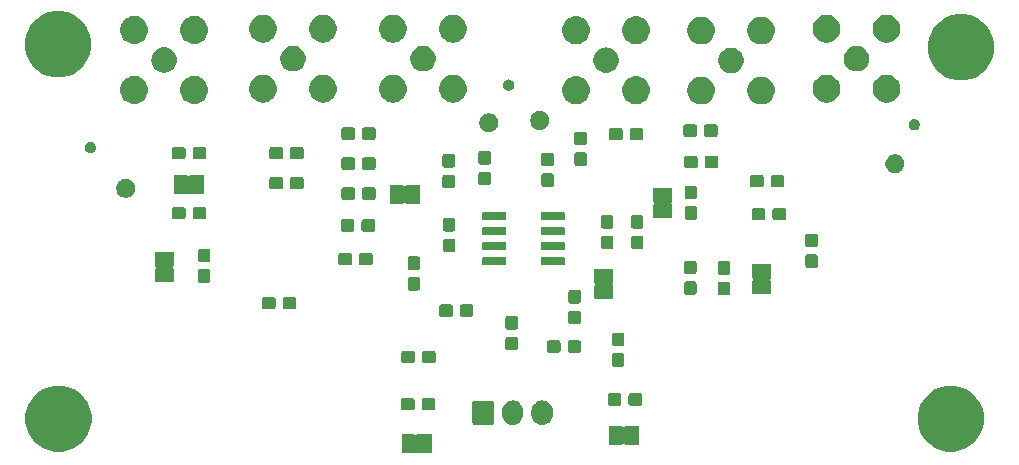
<source format=gbr>
G04 #@! TF.GenerationSoftware,KiCad,Pcbnew,(5.1.2)-2*
G04 #@! TF.CreationDate,2019-07-08T22:36:46+08:00*
G04 #@! TF.ProjectId,General Purpose Op Amp Eval-Board,47656e65-7261-46c2-9050-7572706f7365,rev?*
G04 #@! TF.SameCoordinates,Original*
G04 #@! TF.FileFunction,Soldermask,Top*
G04 #@! TF.FilePolarity,Negative*
%FSLAX46Y46*%
G04 Gerber Fmt 4.6, Leading zero omitted, Abs format (unit mm)*
G04 Created by KiCad (PCBNEW (5.1.2)-2) date 2019-07-08 22:36:46*
%MOMM*%
%LPD*%
G04 APERTURE LIST*
%ADD10C,0.100000*%
G04 APERTURE END LIST*
D10*
G36*
X125362599Y-124523337D02*
G01*
X125372208Y-124526252D01*
X125381072Y-124530990D01*
X125388812Y-124537342D01*
X125388813Y-124537343D01*
X125388837Y-124537363D01*
X125395240Y-124545173D01*
X125395277Y-124545228D01*
X125403080Y-124554747D01*
X125403111Y-124554722D01*
X125414453Y-124568572D01*
X125433379Y-124584137D01*
X125454977Y-124595711D01*
X125478419Y-124602849D01*
X125502802Y-124605276D01*
X125527191Y-124602900D01*
X125550647Y-124595811D01*
X125572270Y-124584282D01*
X125591228Y-124568757D01*
X125606793Y-124549831D01*
X125608629Y-124546775D01*
X125610018Y-124545086D01*
X125610019Y-124545084D01*
X125616401Y-124537325D01*
X125624173Y-124530960D01*
X125624175Y-124530958D01*
X125632999Y-124526254D01*
X125633038Y-124526233D01*
X125642655Y-124523327D01*
X125642685Y-124523318D01*
X125658713Y-124521748D01*
X126796460Y-124521748D01*
X126812599Y-124523337D01*
X126822208Y-124526252D01*
X126831072Y-124530990D01*
X126838837Y-124537363D01*
X126845210Y-124545128D01*
X126849948Y-124553992D01*
X126852863Y-124563601D01*
X126854452Y-124579740D01*
X126854452Y-126067460D01*
X126852863Y-126083599D01*
X126849948Y-126093208D01*
X126845210Y-126102072D01*
X126838837Y-126109837D01*
X126831072Y-126116210D01*
X126822208Y-126120948D01*
X126812599Y-126123863D01*
X126796460Y-126125452D01*
X125658740Y-126125452D01*
X125642601Y-126123863D01*
X125632992Y-126120948D01*
X125624128Y-126116210D01*
X125616363Y-126109837D01*
X125605716Y-126096863D01*
X125599547Y-126087632D01*
X125582219Y-126070306D01*
X125561844Y-126056693D01*
X125539205Y-126047317D01*
X125515172Y-126042537D01*
X125490668Y-126042538D01*
X125466635Y-126047320D01*
X125443996Y-126056698D01*
X125423622Y-126070313D01*
X125406296Y-126087641D01*
X125399425Y-126096917D01*
X125395240Y-126102027D01*
X125388875Y-126109799D01*
X125381116Y-126116181D01*
X125372261Y-126120926D01*
X125369223Y-126121851D01*
X125362685Y-126123842D01*
X125362682Y-126123842D01*
X125362650Y-126123852D01*
X125352600Y-126124847D01*
X125352535Y-126124847D01*
X125346425Y-126125452D01*
X124358740Y-126125452D01*
X124342601Y-126123863D01*
X124332992Y-126120948D01*
X124324128Y-126116210D01*
X124316363Y-126109837D01*
X124309990Y-126102072D01*
X124305252Y-126093208D01*
X124302337Y-126083599D01*
X124300748Y-126067460D01*
X124300748Y-124579740D01*
X124302337Y-124563601D01*
X124305252Y-124553992D01*
X124309990Y-124545128D01*
X124316363Y-124537363D01*
X124324128Y-124530990D01*
X124332992Y-124526252D01*
X124342601Y-124523337D01*
X124358740Y-124521748D01*
X125346460Y-124521748D01*
X125362599Y-124523337D01*
X125362599Y-124523337D01*
G37*
G36*
X171606621Y-120496640D02*
G01*
X172116369Y-120707785D01*
X172116371Y-120707786D01*
X172575134Y-121014321D01*
X172965279Y-121404466D01*
X173247874Y-121827400D01*
X173271815Y-121863231D01*
X173482960Y-122372979D01*
X173590600Y-122914124D01*
X173590600Y-123465876D01*
X173482960Y-124007021D01*
X173271815Y-124516769D01*
X173271814Y-124516771D01*
X172965279Y-124975534D01*
X172575134Y-125365679D01*
X172116371Y-125672214D01*
X172116370Y-125672215D01*
X172116369Y-125672215D01*
X171606621Y-125883360D01*
X171065476Y-125991000D01*
X170513724Y-125991000D01*
X169972579Y-125883360D01*
X169462831Y-125672215D01*
X169462830Y-125672215D01*
X169462829Y-125672214D01*
X169004066Y-125365679D01*
X168613921Y-124975534D01*
X168307386Y-124516771D01*
X168307385Y-124516769D01*
X168096240Y-124007021D01*
X167988600Y-123465876D01*
X167988600Y-122914124D01*
X168096240Y-122372979D01*
X168307385Y-121863231D01*
X168331326Y-121827400D01*
X168613921Y-121404466D01*
X169004066Y-121014321D01*
X169462829Y-120707786D01*
X169462831Y-120707785D01*
X169972579Y-120496640D01*
X170513724Y-120389000D01*
X171065476Y-120389000D01*
X171606621Y-120496640D01*
X171606621Y-120496640D01*
G37*
G36*
X96067021Y-120496640D02*
G01*
X96576769Y-120707785D01*
X96576771Y-120707786D01*
X97035534Y-121014321D01*
X97425679Y-121404466D01*
X97708274Y-121827400D01*
X97732215Y-121863231D01*
X97943360Y-122372979D01*
X98051000Y-122914124D01*
X98051000Y-123465876D01*
X97943360Y-124007021D01*
X97732215Y-124516769D01*
X97732214Y-124516771D01*
X97425679Y-124975534D01*
X97035534Y-125365679D01*
X96576771Y-125672214D01*
X96576770Y-125672215D01*
X96576769Y-125672215D01*
X96067021Y-125883360D01*
X95525876Y-125991000D01*
X94974124Y-125991000D01*
X94432979Y-125883360D01*
X93923231Y-125672215D01*
X93923230Y-125672215D01*
X93923229Y-125672214D01*
X93464466Y-125365679D01*
X93074321Y-124975534D01*
X92767786Y-124516771D01*
X92767785Y-124516769D01*
X92556640Y-124007021D01*
X92449000Y-123465876D01*
X92449000Y-122914124D01*
X92556640Y-122372979D01*
X92767785Y-121863231D01*
X92791726Y-121827400D01*
X93074321Y-121404466D01*
X93464466Y-121014321D01*
X93923229Y-120707786D01*
X93923231Y-120707785D01*
X94432979Y-120496640D01*
X94974124Y-120389000D01*
X95525876Y-120389000D01*
X96067021Y-120496640D01*
X96067021Y-120496640D01*
G37*
G36*
X142939399Y-123812137D02*
G01*
X142949008Y-123815052D01*
X142957872Y-123819790D01*
X142965612Y-123826142D01*
X142965613Y-123826143D01*
X142965637Y-123826163D01*
X142972040Y-123833973D01*
X142972077Y-123834028D01*
X142979880Y-123843547D01*
X142979911Y-123843522D01*
X142991253Y-123857372D01*
X143010179Y-123872937D01*
X143031777Y-123884511D01*
X143055219Y-123891649D01*
X143079602Y-123894076D01*
X143103991Y-123891700D01*
X143127447Y-123884611D01*
X143149070Y-123873082D01*
X143168028Y-123857557D01*
X143183593Y-123838631D01*
X143185429Y-123835575D01*
X143186818Y-123833886D01*
X143186819Y-123833884D01*
X143193201Y-123826125D01*
X143200973Y-123819760D01*
X143200975Y-123819758D01*
X143209799Y-123815054D01*
X143209838Y-123815033D01*
X143219455Y-123812127D01*
X143219485Y-123812118D01*
X143235513Y-123810548D01*
X144373260Y-123810548D01*
X144389399Y-123812137D01*
X144399008Y-123815052D01*
X144407872Y-123819790D01*
X144415637Y-123826163D01*
X144422010Y-123833928D01*
X144426748Y-123842792D01*
X144429663Y-123852401D01*
X144431252Y-123868540D01*
X144431252Y-125356260D01*
X144429663Y-125372399D01*
X144426748Y-125382008D01*
X144422010Y-125390872D01*
X144415637Y-125398637D01*
X144407872Y-125405010D01*
X144399008Y-125409748D01*
X144389399Y-125412663D01*
X144373260Y-125414252D01*
X143235540Y-125414252D01*
X143219401Y-125412663D01*
X143209792Y-125409748D01*
X143200928Y-125405010D01*
X143193163Y-125398637D01*
X143182516Y-125385663D01*
X143176347Y-125376432D01*
X143159019Y-125359106D01*
X143138644Y-125345493D01*
X143116005Y-125336117D01*
X143091972Y-125331337D01*
X143067468Y-125331338D01*
X143043435Y-125336120D01*
X143020796Y-125345498D01*
X143000422Y-125359113D01*
X142983096Y-125376441D01*
X142976225Y-125385717D01*
X142972040Y-125390827D01*
X142965675Y-125398599D01*
X142957916Y-125404981D01*
X142949061Y-125409726D01*
X142946023Y-125410651D01*
X142939485Y-125412642D01*
X142939482Y-125412642D01*
X142939450Y-125412652D01*
X142929400Y-125413647D01*
X142929335Y-125413647D01*
X142923225Y-125414252D01*
X141935540Y-125414252D01*
X141919401Y-125412663D01*
X141909792Y-125409748D01*
X141900928Y-125405010D01*
X141893163Y-125398637D01*
X141886790Y-125390872D01*
X141882052Y-125382008D01*
X141879137Y-125372399D01*
X141877548Y-125356260D01*
X141877548Y-123868540D01*
X141879137Y-123852401D01*
X141882052Y-123842792D01*
X141886790Y-123833928D01*
X141893163Y-123826163D01*
X141900928Y-123819790D01*
X141909792Y-123815052D01*
X141919401Y-123812137D01*
X141935540Y-123810548D01*
X142923260Y-123810548D01*
X142939399Y-123812137D01*
X142939399Y-123812137D01*
G37*
G36*
X136367626Y-121669037D02*
G01*
X136537465Y-121720557D01*
X136537467Y-121720558D01*
X136693989Y-121804221D01*
X136831186Y-121916814D01*
X136900237Y-122000954D01*
X136943778Y-122054009D01*
X137027443Y-122210534D01*
X137078963Y-122380373D01*
X137078963Y-122380375D01*
X137087053Y-122462508D01*
X137092000Y-122512742D01*
X137092000Y-122851257D01*
X137078963Y-122983626D01*
X137027443Y-123153466D01*
X136943778Y-123309991D01*
X136914448Y-123345729D01*
X136831186Y-123447186D01*
X136736250Y-123525097D01*
X136693991Y-123559778D01*
X136537466Y-123643443D01*
X136367627Y-123694963D01*
X136191000Y-123712359D01*
X136014374Y-123694963D01*
X135844535Y-123643443D01*
X135688010Y-123559778D01*
X135550815Y-123447185D01*
X135438222Y-123309991D01*
X135354557Y-123153466D01*
X135303037Y-122983627D01*
X135290000Y-122851258D01*
X135290000Y-122512743D01*
X135303037Y-122380374D01*
X135354557Y-122210535D01*
X135429472Y-122070380D01*
X135438221Y-122054011D01*
X135550814Y-121916814D01*
X135659767Y-121827400D01*
X135688009Y-121804222D01*
X135844534Y-121720557D01*
X136014373Y-121669037D01*
X136191000Y-121651641D01*
X136367626Y-121669037D01*
X136367626Y-121669037D01*
G37*
G36*
X133867626Y-121669037D02*
G01*
X134037465Y-121720557D01*
X134037467Y-121720558D01*
X134193989Y-121804221D01*
X134331186Y-121916814D01*
X134400237Y-122000954D01*
X134443778Y-122054009D01*
X134527443Y-122210534D01*
X134578963Y-122380373D01*
X134578963Y-122380375D01*
X134587053Y-122462508D01*
X134592000Y-122512742D01*
X134592000Y-122851257D01*
X134578963Y-122983626D01*
X134527443Y-123153466D01*
X134443778Y-123309991D01*
X134414448Y-123345729D01*
X134331186Y-123447186D01*
X134236250Y-123525097D01*
X134193991Y-123559778D01*
X134037466Y-123643443D01*
X133867627Y-123694963D01*
X133691000Y-123712359D01*
X133514374Y-123694963D01*
X133344535Y-123643443D01*
X133188010Y-123559778D01*
X133050815Y-123447185D01*
X132938222Y-123309991D01*
X132854557Y-123153466D01*
X132803037Y-122983627D01*
X132790000Y-122851258D01*
X132790000Y-122512743D01*
X132803037Y-122380374D01*
X132854557Y-122210535D01*
X132929472Y-122070380D01*
X132938221Y-122054011D01*
X133050814Y-121916814D01*
X133159767Y-121827400D01*
X133188009Y-121804222D01*
X133344534Y-121720557D01*
X133514373Y-121669037D01*
X133691000Y-121651641D01*
X133867626Y-121669037D01*
X133867626Y-121669037D01*
G37*
G36*
X131949600Y-121659989D02*
G01*
X131982652Y-121670015D01*
X132013103Y-121686292D01*
X132039799Y-121708201D01*
X132061708Y-121734897D01*
X132077985Y-121765348D01*
X132088011Y-121798400D01*
X132092000Y-121838903D01*
X132092000Y-123525097D01*
X132088011Y-123565600D01*
X132077985Y-123598652D01*
X132061708Y-123629103D01*
X132039799Y-123655799D01*
X132013103Y-123677708D01*
X131982652Y-123693985D01*
X131949600Y-123704011D01*
X131909097Y-123708000D01*
X130472903Y-123708000D01*
X130432400Y-123704011D01*
X130399348Y-123693985D01*
X130368897Y-123677708D01*
X130342201Y-123655799D01*
X130320292Y-123629103D01*
X130304015Y-123598652D01*
X130293989Y-123565600D01*
X130290000Y-123525097D01*
X130290000Y-121838903D01*
X130293989Y-121798400D01*
X130304015Y-121765348D01*
X130320292Y-121734897D01*
X130342201Y-121708201D01*
X130368897Y-121686292D01*
X130399348Y-121670015D01*
X130432400Y-121659989D01*
X130472903Y-121656000D01*
X131909097Y-121656000D01*
X131949600Y-121659989D01*
X131949600Y-121659989D01*
G37*
G36*
X125230099Y-121449245D02*
G01*
X125267595Y-121460620D01*
X125302154Y-121479092D01*
X125332447Y-121503953D01*
X125357308Y-121534246D01*
X125375780Y-121568805D01*
X125387155Y-121606301D01*
X125391600Y-121651438D01*
X125391600Y-122290162D01*
X125387155Y-122335299D01*
X125375780Y-122372795D01*
X125357308Y-122407354D01*
X125332447Y-122437647D01*
X125302154Y-122462508D01*
X125267595Y-122480980D01*
X125230099Y-122492355D01*
X125184962Y-122496800D01*
X124446238Y-122496800D01*
X124401101Y-122492355D01*
X124363605Y-122480980D01*
X124329046Y-122462508D01*
X124298753Y-122437647D01*
X124273892Y-122407354D01*
X124255420Y-122372795D01*
X124244045Y-122335299D01*
X124239600Y-122290162D01*
X124239600Y-121651438D01*
X124244045Y-121606301D01*
X124255420Y-121568805D01*
X124273892Y-121534246D01*
X124298753Y-121503953D01*
X124329046Y-121479092D01*
X124363605Y-121460620D01*
X124401101Y-121449245D01*
X124446238Y-121444800D01*
X125184962Y-121444800D01*
X125230099Y-121449245D01*
X125230099Y-121449245D01*
G37*
G36*
X126980099Y-121449245D02*
G01*
X127017595Y-121460620D01*
X127052154Y-121479092D01*
X127082447Y-121503953D01*
X127107308Y-121534246D01*
X127125780Y-121568805D01*
X127137155Y-121606301D01*
X127141600Y-121651438D01*
X127141600Y-122290162D01*
X127137155Y-122335299D01*
X127125780Y-122372795D01*
X127107308Y-122407354D01*
X127082447Y-122437647D01*
X127052154Y-122462508D01*
X127017595Y-122480980D01*
X126980099Y-122492355D01*
X126934962Y-122496800D01*
X126196238Y-122496800D01*
X126151101Y-122492355D01*
X126113605Y-122480980D01*
X126079046Y-122462508D01*
X126048753Y-122437647D01*
X126023892Y-122407354D01*
X126005420Y-122372795D01*
X125994045Y-122335299D01*
X125989600Y-122290162D01*
X125989600Y-121651438D01*
X125994045Y-121606301D01*
X126005420Y-121568805D01*
X126023892Y-121534246D01*
X126048753Y-121503953D01*
X126079046Y-121479092D01*
X126113605Y-121460620D01*
X126151101Y-121449245D01*
X126196238Y-121444800D01*
X126934962Y-121444800D01*
X126980099Y-121449245D01*
X126980099Y-121449245D01*
G37*
G36*
X144494699Y-121042845D02*
G01*
X144532195Y-121054220D01*
X144566754Y-121072692D01*
X144597047Y-121097553D01*
X144621908Y-121127846D01*
X144640380Y-121162405D01*
X144651755Y-121199901D01*
X144656200Y-121245038D01*
X144656200Y-121883762D01*
X144651755Y-121928899D01*
X144640380Y-121966395D01*
X144621908Y-122000954D01*
X144597047Y-122031247D01*
X144566754Y-122056108D01*
X144532195Y-122074580D01*
X144494699Y-122085955D01*
X144449562Y-122090400D01*
X143710838Y-122090400D01*
X143665701Y-122085955D01*
X143628205Y-122074580D01*
X143593646Y-122056108D01*
X143563353Y-122031247D01*
X143538492Y-122000954D01*
X143520020Y-121966395D01*
X143508645Y-121928899D01*
X143504200Y-121883762D01*
X143504200Y-121245038D01*
X143508645Y-121199901D01*
X143520020Y-121162405D01*
X143538492Y-121127846D01*
X143563353Y-121097553D01*
X143593646Y-121072692D01*
X143628205Y-121054220D01*
X143665701Y-121042845D01*
X143710838Y-121038400D01*
X144449562Y-121038400D01*
X144494699Y-121042845D01*
X144494699Y-121042845D01*
G37*
G36*
X142744699Y-121042845D02*
G01*
X142782195Y-121054220D01*
X142816754Y-121072692D01*
X142847047Y-121097553D01*
X142871908Y-121127846D01*
X142890380Y-121162405D01*
X142901755Y-121199901D01*
X142906200Y-121245038D01*
X142906200Y-121883762D01*
X142901755Y-121928899D01*
X142890380Y-121966395D01*
X142871908Y-122000954D01*
X142847047Y-122031247D01*
X142816754Y-122056108D01*
X142782195Y-122074580D01*
X142744699Y-122085955D01*
X142699562Y-122090400D01*
X141960838Y-122090400D01*
X141915701Y-122085955D01*
X141878205Y-122074580D01*
X141843646Y-122056108D01*
X141813353Y-122031247D01*
X141788492Y-122000954D01*
X141770020Y-121966395D01*
X141758645Y-121928899D01*
X141754200Y-121883762D01*
X141754200Y-121245038D01*
X141758645Y-121199901D01*
X141770020Y-121162405D01*
X141788492Y-121127846D01*
X141813353Y-121097553D01*
X141843646Y-121072692D01*
X141878205Y-121054220D01*
X141915701Y-121042845D01*
X141960838Y-121038400D01*
X142699562Y-121038400D01*
X142744699Y-121042845D01*
X142744699Y-121042845D01*
G37*
G36*
X142985499Y-117651445D02*
G01*
X143022995Y-117662820D01*
X143057554Y-117681292D01*
X143087847Y-117706153D01*
X143112708Y-117736446D01*
X143131180Y-117771005D01*
X143142555Y-117808501D01*
X143147000Y-117853638D01*
X143147000Y-118592362D01*
X143142555Y-118637499D01*
X143131180Y-118674995D01*
X143112708Y-118709554D01*
X143087847Y-118739847D01*
X143057554Y-118764708D01*
X143022995Y-118783180D01*
X142985499Y-118794555D01*
X142940362Y-118799000D01*
X142301638Y-118799000D01*
X142256501Y-118794555D01*
X142219005Y-118783180D01*
X142184446Y-118764708D01*
X142154153Y-118739847D01*
X142129292Y-118709554D01*
X142110820Y-118674995D01*
X142099445Y-118637499D01*
X142095000Y-118592362D01*
X142095000Y-117853638D01*
X142099445Y-117808501D01*
X142110820Y-117771005D01*
X142129292Y-117736446D01*
X142154153Y-117706153D01*
X142184446Y-117681292D01*
X142219005Y-117662820D01*
X142256501Y-117651445D01*
X142301638Y-117647000D01*
X142940362Y-117647000D01*
X142985499Y-117651445D01*
X142985499Y-117651445D01*
G37*
G36*
X127019499Y-117436045D02*
G01*
X127056995Y-117447420D01*
X127091554Y-117465892D01*
X127121847Y-117490753D01*
X127146708Y-117521046D01*
X127165180Y-117555605D01*
X127176555Y-117593101D01*
X127181000Y-117638238D01*
X127181000Y-118276962D01*
X127176555Y-118322099D01*
X127165180Y-118359595D01*
X127146708Y-118394154D01*
X127121847Y-118424447D01*
X127091554Y-118449308D01*
X127056995Y-118467780D01*
X127019499Y-118479155D01*
X126974362Y-118483600D01*
X126235638Y-118483600D01*
X126190501Y-118479155D01*
X126153005Y-118467780D01*
X126118446Y-118449308D01*
X126088153Y-118424447D01*
X126063292Y-118394154D01*
X126044820Y-118359595D01*
X126033445Y-118322099D01*
X126029000Y-118276962D01*
X126029000Y-117638238D01*
X126033445Y-117593101D01*
X126044820Y-117555605D01*
X126063292Y-117521046D01*
X126088153Y-117490753D01*
X126118446Y-117465892D01*
X126153005Y-117447420D01*
X126190501Y-117436045D01*
X126235638Y-117431600D01*
X126974362Y-117431600D01*
X127019499Y-117436045D01*
X127019499Y-117436045D01*
G37*
G36*
X125269499Y-117436045D02*
G01*
X125306995Y-117447420D01*
X125341554Y-117465892D01*
X125371847Y-117490753D01*
X125396708Y-117521046D01*
X125415180Y-117555605D01*
X125426555Y-117593101D01*
X125431000Y-117638238D01*
X125431000Y-118276962D01*
X125426555Y-118322099D01*
X125415180Y-118359595D01*
X125396708Y-118394154D01*
X125371847Y-118424447D01*
X125341554Y-118449308D01*
X125306995Y-118467780D01*
X125269499Y-118479155D01*
X125224362Y-118483600D01*
X124485638Y-118483600D01*
X124440501Y-118479155D01*
X124403005Y-118467780D01*
X124368446Y-118449308D01*
X124338153Y-118424447D01*
X124313292Y-118394154D01*
X124294820Y-118359595D01*
X124283445Y-118322099D01*
X124279000Y-118276962D01*
X124279000Y-117638238D01*
X124283445Y-117593101D01*
X124294820Y-117555605D01*
X124313292Y-117521046D01*
X124338153Y-117490753D01*
X124368446Y-117465892D01*
X124403005Y-117447420D01*
X124440501Y-117436045D01*
X124485638Y-117431600D01*
X125224362Y-117431600D01*
X125269499Y-117436045D01*
X125269499Y-117436045D01*
G37*
G36*
X137588499Y-116572445D02*
G01*
X137625995Y-116583820D01*
X137660554Y-116602292D01*
X137690847Y-116627153D01*
X137715708Y-116657446D01*
X137734180Y-116692005D01*
X137745555Y-116729501D01*
X137750000Y-116774638D01*
X137750000Y-117413362D01*
X137745555Y-117458499D01*
X137734180Y-117495995D01*
X137715708Y-117530554D01*
X137690847Y-117560847D01*
X137660554Y-117585708D01*
X137625995Y-117604180D01*
X137588499Y-117615555D01*
X137543362Y-117620000D01*
X136804638Y-117620000D01*
X136759501Y-117615555D01*
X136722005Y-117604180D01*
X136687446Y-117585708D01*
X136657153Y-117560847D01*
X136632292Y-117530554D01*
X136613820Y-117495995D01*
X136602445Y-117458499D01*
X136598000Y-117413362D01*
X136598000Y-116774638D01*
X136602445Y-116729501D01*
X136613820Y-116692005D01*
X136632292Y-116657446D01*
X136657153Y-116627153D01*
X136687446Y-116602292D01*
X136722005Y-116583820D01*
X136759501Y-116572445D01*
X136804638Y-116568000D01*
X137543362Y-116568000D01*
X137588499Y-116572445D01*
X137588499Y-116572445D01*
G37*
G36*
X139338499Y-116572445D02*
G01*
X139375995Y-116583820D01*
X139410554Y-116602292D01*
X139440847Y-116627153D01*
X139465708Y-116657446D01*
X139484180Y-116692005D01*
X139495555Y-116729501D01*
X139500000Y-116774638D01*
X139500000Y-117413362D01*
X139495555Y-117458499D01*
X139484180Y-117495995D01*
X139465708Y-117530554D01*
X139440847Y-117560847D01*
X139410554Y-117585708D01*
X139375995Y-117604180D01*
X139338499Y-117615555D01*
X139293362Y-117620000D01*
X138554638Y-117620000D01*
X138509501Y-117615555D01*
X138472005Y-117604180D01*
X138437446Y-117585708D01*
X138407153Y-117560847D01*
X138382292Y-117530554D01*
X138363820Y-117495995D01*
X138352445Y-117458499D01*
X138348000Y-117413362D01*
X138348000Y-116774638D01*
X138352445Y-116729501D01*
X138363820Y-116692005D01*
X138382292Y-116657446D01*
X138407153Y-116627153D01*
X138437446Y-116602292D01*
X138472005Y-116583820D01*
X138509501Y-116572445D01*
X138554638Y-116568000D01*
X139293362Y-116568000D01*
X139338499Y-116572445D01*
X139338499Y-116572445D01*
G37*
G36*
X133968499Y-116254445D02*
G01*
X134005995Y-116265820D01*
X134040554Y-116284292D01*
X134070847Y-116309153D01*
X134095708Y-116339446D01*
X134114180Y-116374005D01*
X134125555Y-116411501D01*
X134130000Y-116456638D01*
X134130000Y-117195362D01*
X134125555Y-117240499D01*
X134114180Y-117277995D01*
X134095708Y-117312554D01*
X134070847Y-117342847D01*
X134040554Y-117367708D01*
X134005995Y-117386180D01*
X133968499Y-117397555D01*
X133923362Y-117402000D01*
X133284638Y-117402000D01*
X133239501Y-117397555D01*
X133202005Y-117386180D01*
X133167446Y-117367708D01*
X133137153Y-117342847D01*
X133112292Y-117312554D01*
X133093820Y-117277995D01*
X133082445Y-117240499D01*
X133078000Y-117195362D01*
X133078000Y-116456638D01*
X133082445Y-116411501D01*
X133093820Y-116374005D01*
X133112292Y-116339446D01*
X133137153Y-116309153D01*
X133167446Y-116284292D01*
X133202005Y-116265820D01*
X133239501Y-116254445D01*
X133284638Y-116250000D01*
X133923362Y-116250000D01*
X133968499Y-116254445D01*
X133968499Y-116254445D01*
G37*
G36*
X142985499Y-115901445D02*
G01*
X143022995Y-115912820D01*
X143057554Y-115931292D01*
X143087847Y-115956153D01*
X143112708Y-115986446D01*
X143131180Y-116021005D01*
X143142555Y-116058501D01*
X143147000Y-116103638D01*
X143147000Y-116842362D01*
X143142555Y-116887499D01*
X143131180Y-116924995D01*
X143112708Y-116959554D01*
X143087847Y-116989847D01*
X143057554Y-117014708D01*
X143022995Y-117033180D01*
X142985499Y-117044555D01*
X142940362Y-117049000D01*
X142301638Y-117049000D01*
X142256501Y-117044555D01*
X142219005Y-117033180D01*
X142184446Y-117014708D01*
X142154153Y-116989847D01*
X142129292Y-116959554D01*
X142110820Y-116924995D01*
X142099445Y-116887499D01*
X142095000Y-116842362D01*
X142095000Y-116103638D01*
X142099445Y-116058501D01*
X142110820Y-116021005D01*
X142129292Y-115986446D01*
X142154153Y-115956153D01*
X142184446Y-115931292D01*
X142219005Y-115912820D01*
X142256501Y-115901445D01*
X142301638Y-115897000D01*
X142940362Y-115897000D01*
X142985499Y-115901445D01*
X142985499Y-115901445D01*
G37*
G36*
X133968499Y-114504445D02*
G01*
X134005995Y-114515820D01*
X134040554Y-114534292D01*
X134070847Y-114559153D01*
X134095708Y-114589446D01*
X134114180Y-114624005D01*
X134125555Y-114661501D01*
X134130000Y-114706638D01*
X134130000Y-115445362D01*
X134125555Y-115490499D01*
X134114180Y-115527995D01*
X134095708Y-115562554D01*
X134070847Y-115592847D01*
X134040554Y-115617708D01*
X134005995Y-115636180D01*
X133968499Y-115647555D01*
X133923362Y-115652000D01*
X133284638Y-115652000D01*
X133239501Y-115647555D01*
X133202005Y-115636180D01*
X133167446Y-115617708D01*
X133137153Y-115592847D01*
X133112292Y-115562554D01*
X133093820Y-115527995D01*
X133082445Y-115490499D01*
X133078000Y-115445362D01*
X133078000Y-114706638D01*
X133082445Y-114661501D01*
X133093820Y-114624005D01*
X133112292Y-114589446D01*
X133137153Y-114559153D01*
X133167446Y-114534292D01*
X133202005Y-114515820D01*
X133239501Y-114504445D01*
X133284638Y-114500000D01*
X133923362Y-114500000D01*
X133968499Y-114504445D01*
X133968499Y-114504445D01*
G37*
G36*
X139302499Y-114044645D02*
G01*
X139339995Y-114056020D01*
X139374554Y-114074492D01*
X139404847Y-114099353D01*
X139429708Y-114129646D01*
X139448180Y-114164205D01*
X139459555Y-114201701D01*
X139464000Y-114246838D01*
X139464000Y-114985562D01*
X139459555Y-115030699D01*
X139448180Y-115068195D01*
X139429708Y-115102754D01*
X139404847Y-115133047D01*
X139374554Y-115157908D01*
X139339995Y-115176380D01*
X139302499Y-115187755D01*
X139257362Y-115192200D01*
X138618638Y-115192200D01*
X138573501Y-115187755D01*
X138536005Y-115176380D01*
X138501446Y-115157908D01*
X138471153Y-115133047D01*
X138446292Y-115102754D01*
X138427820Y-115068195D01*
X138416445Y-115030699D01*
X138412000Y-114985562D01*
X138412000Y-114246838D01*
X138416445Y-114201701D01*
X138427820Y-114164205D01*
X138446292Y-114129646D01*
X138471153Y-114099353D01*
X138501446Y-114074492D01*
X138536005Y-114056020D01*
X138573501Y-114044645D01*
X138618638Y-114040200D01*
X139257362Y-114040200D01*
X139302499Y-114044645D01*
X139302499Y-114044645D01*
G37*
G36*
X128469899Y-113524445D02*
G01*
X128507395Y-113535820D01*
X128541954Y-113554292D01*
X128572247Y-113579153D01*
X128597108Y-113609446D01*
X128615580Y-113644005D01*
X128626955Y-113681501D01*
X128631400Y-113726638D01*
X128631400Y-114365362D01*
X128626955Y-114410499D01*
X128615580Y-114447995D01*
X128597108Y-114482554D01*
X128572247Y-114512847D01*
X128541954Y-114537708D01*
X128507395Y-114556180D01*
X128469899Y-114567555D01*
X128424762Y-114572000D01*
X127686038Y-114572000D01*
X127640901Y-114567555D01*
X127603405Y-114556180D01*
X127568846Y-114537708D01*
X127538553Y-114512847D01*
X127513692Y-114482554D01*
X127495220Y-114447995D01*
X127483845Y-114410499D01*
X127479400Y-114365362D01*
X127479400Y-113726638D01*
X127483845Y-113681501D01*
X127495220Y-113644005D01*
X127513692Y-113609446D01*
X127538553Y-113579153D01*
X127568846Y-113554292D01*
X127603405Y-113535820D01*
X127640901Y-113524445D01*
X127686038Y-113520000D01*
X128424762Y-113520000D01*
X128469899Y-113524445D01*
X128469899Y-113524445D01*
G37*
G36*
X130219899Y-113524445D02*
G01*
X130257395Y-113535820D01*
X130291954Y-113554292D01*
X130322247Y-113579153D01*
X130347108Y-113609446D01*
X130365580Y-113644005D01*
X130376955Y-113681501D01*
X130381400Y-113726638D01*
X130381400Y-114365362D01*
X130376955Y-114410499D01*
X130365580Y-114447995D01*
X130347108Y-114482554D01*
X130322247Y-114512847D01*
X130291954Y-114537708D01*
X130257395Y-114556180D01*
X130219899Y-114567555D01*
X130174762Y-114572000D01*
X129436038Y-114572000D01*
X129390901Y-114567555D01*
X129353405Y-114556180D01*
X129318846Y-114537708D01*
X129288553Y-114512847D01*
X129263692Y-114482554D01*
X129245220Y-114447995D01*
X129233845Y-114410499D01*
X129229400Y-114365362D01*
X129229400Y-113726638D01*
X129233845Y-113681501D01*
X129245220Y-113644005D01*
X129263692Y-113609446D01*
X129288553Y-113579153D01*
X129318846Y-113554292D01*
X129353405Y-113535820D01*
X129390901Y-113524445D01*
X129436038Y-113520000D01*
X130174762Y-113520000D01*
X130219899Y-113524445D01*
X130219899Y-113524445D01*
G37*
G36*
X115208499Y-112889445D02*
G01*
X115245995Y-112900820D01*
X115280554Y-112919292D01*
X115310847Y-112944153D01*
X115335708Y-112974446D01*
X115354180Y-113009005D01*
X115365555Y-113046501D01*
X115370000Y-113091638D01*
X115370000Y-113730362D01*
X115365555Y-113775499D01*
X115354180Y-113812995D01*
X115335708Y-113847554D01*
X115310847Y-113877847D01*
X115280554Y-113902708D01*
X115245995Y-113921180D01*
X115208499Y-113932555D01*
X115163362Y-113937000D01*
X114424638Y-113937000D01*
X114379501Y-113932555D01*
X114342005Y-113921180D01*
X114307446Y-113902708D01*
X114277153Y-113877847D01*
X114252292Y-113847554D01*
X114233820Y-113812995D01*
X114222445Y-113775499D01*
X114218000Y-113730362D01*
X114218000Y-113091638D01*
X114222445Y-113046501D01*
X114233820Y-113009005D01*
X114252292Y-112974446D01*
X114277153Y-112944153D01*
X114307446Y-112919292D01*
X114342005Y-112900820D01*
X114379501Y-112889445D01*
X114424638Y-112885000D01*
X115163362Y-112885000D01*
X115208499Y-112889445D01*
X115208499Y-112889445D01*
G37*
G36*
X113458499Y-112889445D02*
G01*
X113495995Y-112900820D01*
X113530554Y-112919292D01*
X113560847Y-112944153D01*
X113585708Y-112974446D01*
X113604180Y-113009005D01*
X113615555Y-113046501D01*
X113620000Y-113091638D01*
X113620000Y-113730362D01*
X113615555Y-113775499D01*
X113604180Y-113812995D01*
X113585708Y-113847554D01*
X113560847Y-113877847D01*
X113530554Y-113902708D01*
X113495995Y-113921180D01*
X113458499Y-113932555D01*
X113413362Y-113937000D01*
X112674638Y-113937000D01*
X112629501Y-113932555D01*
X112592005Y-113921180D01*
X112557446Y-113902708D01*
X112527153Y-113877847D01*
X112502292Y-113847554D01*
X112483820Y-113812995D01*
X112472445Y-113775499D01*
X112468000Y-113730362D01*
X112468000Y-113091638D01*
X112472445Y-113046501D01*
X112483820Y-113009005D01*
X112502292Y-112974446D01*
X112527153Y-112944153D01*
X112557446Y-112919292D01*
X112592005Y-112900820D01*
X112629501Y-112889445D01*
X112674638Y-112885000D01*
X113413362Y-112885000D01*
X113458499Y-112889445D01*
X113458499Y-112889445D01*
G37*
G36*
X139302499Y-112294645D02*
G01*
X139339995Y-112306020D01*
X139374554Y-112324492D01*
X139404847Y-112349353D01*
X139429708Y-112379646D01*
X139448180Y-112414205D01*
X139459555Y-112451701D01*
X139464000Y-112496838D01*
X139464000Y-113235562D01*
X139459555Y-113280699D01*
X139448180Y-113318195D01*
X139429708Y-113352754D01*
X139404847Y-113383047D01*
X139374554Y-113407908D01*
X139339995Y-113426380D01*
X139302499Y-113437755D01*
X139257362Y-113442200D01*
X138618638Y-113442200D01*
X138573501Y-113437755D01*
X138536005Y-113426380D01*
X138501446Y-113407908D01*
X138471153Y-113383047D01*
X138446292Y-113352754D01*
X138427820Y-113318195D01*
X138416445Y-113280699D01*
X138412000Y-113235562D01*
X138412000Y-112496838D01*
X138416445Y-112451701D01*
X138427820Y-112414205D01*
X138446292Y-112379646D01*
X138471153Y-112349353D01*
X138501446Y-112324492D01*
X138536005Y-112306020D01*
X138573501Y-112294645D01*
X138618638Y-112290200D01*
X139257362Y-112290200D01*
X139302499Y-112294645D01*
X139302499Y-112294645D01*
G37*
G36*
X142187199Y-110484737D02*
G01*
X142196808Y-110487652D01*
X142205672Y-110492390D01*
X142213437Y-110498763D01*
X142219810Y-110506528D01*
X142224548Y-110515392D01*
X142227463Y-110525001D01*
X142229052Y-110541140D01*
X142229052Y-111678860D01*
X142227463Y-111694999D01*
X142224548Y-111704608D01*
X142219810Y-111713472D01*
X142213437Y-111721237D01*
X142200463Y-111731884D01*
X142191232Y-111738053D01*
X142173906Y-111755381D01*
X142160293Y-111775756D01*
X142150917Y-111798395D01*
X142146137Y-111822428D01*
X142146138Y-111846932D01*
X142150920Y-111870965D01*
X142160298Y-111893604D01*
X142173913Y-111913978D01*
X142191241Y-111931304D01*
X142200517Y-111938175D01*
X142205627Y-111942360D01*
X142213399Y-111948725D01*
X142219781Y-111956484D01*
X142224526Y-111965339D01*
X142224526Y-111965340D01*
X142227442Y-111974915D01*
X142227442Y-111974918D01*
X142227452Y-111974950D01*
X142228447Y-111985000D01*
X142228447Y-111985065D01*
X142229052Y-111991175D01*
X142229052Y-112978860D01*
X142227463Y-112994999D01*
X142224548Y-113004608D01*
X142219810Y-113013472D01*
X142213437Y-113021237D01*
X142205672Y-113027610D01*
X142196808Y-113032348D01*
X142187199Y-113035263D01*
X142171060Y-113036852D01*
X140683340Y-113036852D01*
X140667201Y-113035263D01*
X140657592Y-113032348D01*
X140648728Y-113027610D01*
X140640963Y-113021237D01*
X140634590Y-113013472D01*
X140629852Y-113004608D01*
X140626937Y-112994999D01*
X140625348Y-112978860D01*
X140625348Y-111991140D01*
X140626937Y-111975001D01*
X140629852Y-111965392D01*
X140634590Y-111956528D01*
X140640942Y-111948788D01*
X140640943Y-111948787D01*
X140640963Y-111948763D01*
X140648773Y-111942360D01*
X140648828Y-111942323D01*
X140658347Y-111934520D01*
X140658322Y-111934489D01*
X140672172Y-111923147D01*
X140687737Y-111904221D01*
X140699311Y-111882623D01*
X140706449Y-111859181D01*
X140708876Y-111834798D01*
X140706500Y-111810409D01*
X140699411Y-111786953D01*
X140687882Y-111765330D01*
X140672357Y-111746372D01*
X140653431Y-111730807D01*
X140650375Y-111728971D01*
X140648686Y-111727582D01*
X140648684Y-111727581D01*
X140640925Y-111721199D01*
X140638803Y-111718608D01*
X140634558Y-111713425D01*
X140631409Y-111707517D01*
X140629833Y-111704562D01*
X140626927Y-111694945D01*
X140626918Y-111694915D01*
X140625348Y-111678887D01*
X140625348Y-110541140D01*
X140626937Y-110525001D01*
X140629852Y-110515392D01*
X140634590Y-110506528D01*
X140640963Y-110498763D01*
X140648728Y-110492390D01*
X140657592Y-110487652D01*
X140667201Y-110484737D01*
X140683340Y-110483148D01*
X142171060Y-110483148D01*
X142187199Y-110484737D01*
X142187199Y-110484737D01*
G37*
G36*
X151951699Y-111606245D02*
G01*
X151989195Y-111617620D01*
X152023754Y-111636092D01*
X152054047Y-111660953D01*
X152078908Y-111691246D01*
X152097380Y-111725805D01*
X152108755Y-111763301D01*
X152113200Y-111808438D01*
X152113200Y-112547162D01*
X152108755Y-112592299D01*
X152097380Y-112629795D01*
X152078908Y-112664354D01*
X152054047Y-112694647D01*
X152023754Y-112719508D01*
X151989195Y-112737980D01*
X151951699Y-112749355D01*
X151906562Y-112753800D01*
X151267838Y-112753800D01*
X151222701Y-112749355D01*
X151185205Y-112737980D01*
X151150646Y-112719508D01*
X151120353Y-112694647D01*
X151095492Y-112664354D01*
X151077020Y-112629795D01*
X151065645Y-112592299D01*
X151061200Y-112547162D01*
X151061200Y-111808438D01*
X151065645Y-111763301D01*
X151077020Y-111725805D01*
X151095492Y-111691246D01*
X151120353Y-111660953D01*
X151150646Y-111636092D01*
X151185205Y-111617620D01*
X151222701Y-111606245D01*
X151267838Y-111601800D01*
X151906562Y-111601800D01*
X151951699Y-111606245D01*
X151951699Y-111606245D01*
G37*
G36*
X149106899Y-111555445D02*
G01*
X149144395Y-111566820D01*
X149178954Y-111585292D01*
X149209247Y-111610153D01*
X149234108Y-111640446D01*
X149252580Y-111675005D01*
X149263955Y-111712501D01*
X149268400Y-111757638D01*
X149268400Y-112496362D01*
X149263955Y-112541499D01*
X149252580Y-112578995D01*
X149234108Y-112613554D01*
X149209247Y-112643847D01*
X149178954Y-112668708D01*
X149144395Y-112687180D01*
X149106899Y-112698555D01*
X149061762Y-112703000D01*
X148423038Y-112703000D01*
X148377901Y-112698555D01*
X148340405Y-112687180D01*
X148305846Y-112668708D01*
X148275553Y-112643847D01*
X148250692Y-112613554D01*
X148232220Y-112578995D01*
X148220845Y-112541499D01*
X148216400Y-112496362D01*
X148216400Y-111757638D01*
X148220845Y-111712501D01*
X148232220Y-111675005D01*
X148250692Y-111640446D01*
X148275553Y-111610153D01*
X148305846Y-111585292D01*
X148340405Y-111566820D01*
X148377901Y-111555445D01*
X148423038Y-111551000D01*
X149061762Y-111551000D01*
X149106899Y-111555445D01*
X149106899Y-111555445D01*
G37*
G36*
X155547599Y-110078337D02*
G01*
X155557208Y-110081252D01*
X155566072Y-110085990D01*
X155573837Y-110092363D01*
X155580210Y-110100128D01*
X155584948Y-110108992D01*
X155587863Y-110118601D01*
X155589452Y-110134740D01*
X155589452Y-111272460D01*
X155587863Y-111288599D01*
X155584948Y-111298208D01*
X155580210Y-111307072D01*
X155573837Y-111314837D01*
X155560863Y-111325484D01*
X155551632Y-111331653D01*
X155534306Y-111348981D01*
X155520693Y-111369356D01*
X155511317Y-111391995D01*
X155506537Y-111416028D01*
X155506538Y-111440532D01*
X155511320Y-111464565D01*
X155520698Y-111487204D01*
X155534313Y-111507578D01*
X155551641Y-111524904D01*
X155560917Y-111531775D01*
X155566027Y-111535960D01*
X155573799Y-111542325D01*
X155580181Y-111550084D01*
X155584926Y-111558939D01*
X155584926Y-111558940D01*
X155587842Y-111568515D01*
X155587842Y-111568518D01*
X155587852Y-111568550D01*
X155588847Y-111578600D01*
X155588847Y-111578665D01*
X155589452Y-111584775D01*
X155589452Y-112572460D01*
X155587863Y-112588599D01*
X155584948Y-112598208D01*
X155580210Y-112607072D01*
X155573837Y-112614837D01*
X155566072Y-112621210D01*
X155557208Y-112625948D01*
X155547599Y-112628863D01*
X155531460Y-112630452D01*
X154043740Y-112630452D01*
X154027601Y-112628863D01*
X154017992Y-112625948D01*
X154009128Y-112621210D01*
X154001363Y-112614837D01*
X153994990Y-112607072D01*
X153990252Y-112598208D01*
X153987337Y-112588599D01*
X153985748Y-112572460D01*
X153985748Y-111584740D01*
X153987337Y-111568601D01*
X153990252Y-111558992D01*
X153994990Y-111550128D01*
X154001342Y-111542388D01*
X154001343Y-111542387D01*
X154001363Y-111542363D01*
X154009173Y-111535960D01*
X154009228Y-111535923D01*
X154018747Y-111528120D01*
X154018722Y-111528089D01*
X154032572Y-111516747D01*
X154048137Y-111497821D01*
X154059711Y-111476223D01*
X154066849Y-111452781D01*
X154069276Y-111428398D01*
X154066900Y-111404009D01*
X154059811Y-111380553D01*
X154048282Y-111358930D01*
X154032757Y-111339972D01*
X154013831Y-111324407D01*
X154010775Y-111322571D01*
X154009086Y-111321182D01*
X154009084Y-111321181D01*
X154001325Y-111314799D01*
X153999203Y-111312208D01*
X153994958Y-111307025D01*
X153991809Y-111301117D01*
X153990233Y-111298162D01*
X153987327Y-111288545D01*
X153987318Y-111288515D01*
X153985748Y-111272487D01*
X153985748Y-110134740D01*
X153987337Y-110118601D01*
X153990252Y-110108992D01*
X153994990Y-110100128D01*
X154001363Y-110092363D01*
X154009128Y-110085990D01*
X154017992Y-110081252D01*
X154027601Y-110078337D01*
X154043740Y-110076748D01*
X155531460Y-110076748D01*
X155547599Y-110078337D01*
X155547599Y-110078337D01*
G37*
G36*
X125688099Y-111199845D02*
G01*
X125725595Y-111211220D01*
X125760154Y-111229692D01*
X125790447Y-111254553D01*
X125815308Y-111284846D01*
X125833780Y-111319405D01*
X125845155Y-111356901D01*
X125849600Y-111402038D01*
X125849600Y-112140762D01*
X125845155Y-112185899D01*
X125833780Y-112223395D01*
X125815308Y-112257954D01*
X125790447Y-112288247D01*
X125760154Y-112313108D01*
X125725595Y-112331580D01*
X125688099Y-112342955D01*
X125642962Y-112347400D01*
X125004238Y-112347400D01*
X124959101Y-112342955D01*
X124921605Y-112331580D01*
X124887046Y-112313108D01*
X124856753Y-112288247D01*
X124831892Y-112257954D01*
X124813420Y-112223395D01*
X124802045Y-112185899D01*
X124797600Y-112140762D01*
X124797600Y-111402038D01*
X124802045Y-111356901D01*
X124813420Y-111319405D01*
X124831892Y-111284846D01*
X124856753Y-111254553D01*
X124887046Y-111229692D01*
X124921605Y-111211220D01*
X124959101Y-111199845D01*
X125004238Y-111195400D01*
X125642962Y-111195400D01*
X125688099Y-111199845D01*
X125688099Y-111199845D01*
G37*
G36*
X107933499Y-110539445D02*
G01*
X107970995Y-110550820D01*
X108005554Y-110569292D01*
X108035847Y-110594153D01*
X108060708Y-110624446D01*
X108079180Y-110659005D01*
X108090555Y-110696501D01*
X108095000Y-110741638D01*
X108095000Y-111480362D01*
X108090555Y-111525499D01*
X108079180Y-111562995D01*
X108060708Y-111597554D01*
X108035847Y-111627847D01*
X108005554Y-111652708D01*
X107970995Y-111671180D01*
X107933499Y-111682555D01*
X107888362Y-111687000D01*
X107249638Y-111687000D01*
X107204501Y-111682555D01*
X107167005Y-111671180D01*
X107132446Y-111652708D01*
X107102153Y-111627847D01*
X107077292Y-111597554D01*
X107058820Y-111562995D01*
X107047445Y-111525499D01*
X107043000Y-111480362D01*
X107043000Y-110741638D01*
X107047445Y-110696501D01*
X107058820Y-110659005D01*
X107077292Y-110624446D01*
X107102153Y-110594153D01*
X107132446Y-110569292D01*
X107167005Y-110550820D01*
X107204501Y-110539445D01*
X107249638Y-110535000D01*
X107888362Y-110535000D01*
X107933499Y-110539445D01*
X107933499Y-110539445D01*
G37*
G36*
X104950799Y-109062337D02*
G01*
X104960408Y-109065252D01*
X104969272Y-109069990D01*
X104977037Y-109076363D01*
X104983410Y-109084128D01*
X104988148Y-109092992D01*
X104991063Y-109102601D01*
X104992652Y-109118740D01*
X104992652Y-110256460D01*
X104991063Y-110272599D01*
X104988148Y-110282208D01*
X104983410Y-110291072D01*
X104977037Y-110298837D01*
X104964063Y-110309484D01*
X104954832Y-110315653D01*
X104937506Y-110332981D01*
X104923893Y-110353356D01*
X104914517Y-110375995D01*
X104909737Y-110400028D01*
X104909738Y-110424532D01*
X104914520Y-110448565D01*
X104923898Y-110471204D01*
X104937513Y-110491578D01*
X104954841Y-110508904D01*
X104964117Y-110515775D01*
X104969227Y-110519960D01*
X104976999Y-110526325D01*
X104983381Y-110534084D01*
X104988126Y-110542939D01*
X104988126Y-110542940D01*
X104991042Y-110552515D01*
X104991042Y-110552518D01*
X104991052Y-110552550D01*
X104992047Y-110562600D01*
X104992047Y-110562665D01*
X104992652Y-110568775D01*
X104992652Y-111556460D01*
X104991063Y-111572599D01*
X104988148Y-111582208D01*
X104983410Y-111591072D01*
X104977037Y-111598837D01*
X104969272Y-111605210D01*
X104960408Y-111609948D01*
X104950799Y-111612863D01*
X104934660Y-111614452D01*
X103446940Y-111614452D01*
X103430801Y-111612863D01*
X103421192Y-111609948D01*
X103412328Y-111605210D01*
X103404563Y-111598837D01*
X103398190Y-111591072D01*
X103393452Y-111582208D01*
X103390537Y-111572599D01*
X103388948Y-111556460D01*
X103388948Y-110568740D01*
X103390537Y-110552601D01*
X103393452Y-110542992D01*
X103398190Y-110534128D01*
X103404542Y-110526388D01*
X103404543Y-110526387D01*
X103404563Y-110526363D01*
X103412373Y-110519960D01*
X103412428Y-110519923D01*
X103421947Y-110512120D01*
X103421922Y-110512089D01*
X103435772Y-110500747D01*
X103451337Y-110481821D01*
X103462911Y-110460223D01*
X103470049Y-110436781D01*
X103472476Y-110412398D01*
X103470100Y-110388009D01*
X103463011Y-110364553D01*
X103451482Y-110342930D01*
X103435957Y-110323972D01*
X103417031Y-110308407D01*
X103413975Y-110306571D01*
X103412286Y-110305182D01*
X103412284Y-110305181D01*
X103404525Y-110298799D01*
X103402403Y-110296208D01*
X103398158Y-110291025D01*
X103395009Y-110285117D01*
X103393433Y-110282162D01*
X103390527Y-110272545D01*
X103390518Y-110272515D01*
X103388948Y-110256487D01*
X103388948Y-109118740D01*
X103390537Y-109102601D01*
X103393452Y-109092992D01*
X103398190Y-109084128D01*
X103404563Y-109076363D01*
X103412328Y-109069990D01*
X103421192Y-109065252D01*
X103430801Y-109062337D01*
X103446940Y-109060748D01*
X104934660Y-109060748D01*
X104950799Y-109062337D01*
X104950799Y-109062337D01*
G37*
G36*
X151951699Y-109856245D02*
G01*
X151989195Y-109867620D01*
X152023754Y-109886092D01*
X152054047Y-109910953D01*
X152078908Y-109941246D01*
X152097380Y-109975805D01*
X152108755Y-110013301D01*
X152113200Y-110058438D01*
X152113200Y-110797162D01*
X152108755Y-110842299D01*
X152097380Y-110879795D01*
X152078908Y-110914354D01*
X152054047Y-110944647D01*
X152023754Y-110969508D01*
X151989195Y-110987980D01*
X151951699Y-110999355D01*
X151906562Y-111003800D01*
X151267838Y-111003800D01*
X151222701Y-110999355D01*
X151185205Y-110987980D01*
X151150646Y-110969508D01*
X151120353Y-110944647D01*
X151095492Y-110914354D01*
X151077020Y-110879795D01*
X151065645Y-110842299D01*
X151061200Y-110797162D01*
X151061200Y-110058438D01*
X151065645Y-110013301D01*
X151077020Y-109975805D01*
X151095492Y-109941246D01*
X151120353Y-109910953D01*
X151150646Y-109886092D01*
X151185205Y-109867620D01*
X151222701Y-109856245D01*
X151267838Y-109851800D01*
X151906562Y-109851800D01*
X151951699Y-109856245D01*
X151951699Y-109856245D01*
G37*
G36*
X149106899Y-109805445D02*
G01*
X149144395Y-109816820D01*
X149178954Y-109835292D01*
X149209247Y-109860153D01*
X149234108Y-109890446D01*
X149252580Y-109925005D01*
X149263955Y-109962501D01*
X149268400Y-110007638D01*
X149268400Y-110746362D01*
X149263955Y-110791499D01*
X149252580Y-110828995D01*
X149234108Y-110863554D01*
X149209247Y-110893847D01*
X149178954Y-110918708D01*
X149144395Y-110937180D01*
X149106899Y-110948555D01*
X149061762Y-110953000D01*
X148423038Y-110953000D01*
X148377901Y-110948555D01*
X148340405Y-110937180D01*
X148305846Y-110918708D01*
X148275553Y-110893847D01*
X148250692Y-110863554D01*
X148232220Y-110828995D01*
X148220845Y-110791499D01*
X148216400Y-110746362D01*
X148216400Y-110007638D01*
X148220845Y-109962501D01*
X148232220Y-109925005D01*
X148250692Y-109890446D01*
X148275553Y-109860153D01*
X148305846Y-109835292D01*
X148340405Y-109816820D01*
X148377901Y-109805445D01*
X148423038Y-109801000D01*
X149061762Y-109801000D01*
X149106899Y-109805445D01*
X149106899Y-109805445D01*
G37*
G36*
X125688099Y-109449845D02*
G01*
X125725595Y-109461220D01*
X125760154Y-109479692D01*
X125790447Y-109504553D01*
X125815308Y-109534846D01*
X125833780Y-109569405D01*
X125845155Y-109606901D01*
X125849600Y-109652038D01*
X125849600Y-110390762D01*
X125845155Y-110435899D01*
X125833780Y-110473395D01*
X125815308Y-110507954D01*
X125790447Y-110538247D01*
X125760154Y-110563108D01*
X125725595Y-110581580D01*
X125688099Y-110592955D01*
X125642962Y-110597400D01*
X125004238Y-110597400D01*
X124959101Y-110592955D01*
X124921605Y-110581580D01*
X124887046Y-110563108D01*
X124856753Y-110538247D01*
X124831892Y-110507954D01*
X124813420Y-110473395D01*
X124802045Y-110435899D01*
X124797600Y-110390762D01*
X124797600Y-109652038D01*
X124802045Y-109606901D01*
X124813420Y-109569405D01*
X124831892Y-109534846D01*
X124856753Y-109504553D01*
X124887046Y-109479692D01*
X124921605Y-109461220D01*
X124959101Y-109449845D01*
X125004238Y-109445400D01*
X125642962Y-109445400D01*
X125688099Y-109449845D01*
X125688099Y-109449845D01*
G37*
G36*
X159368499Y-109269445D02*
G01*
X159405995Y-109280820D01*
X159440554Y-109299292D01*
X159470847Y-109324153D01*
X159495708Y-109354446D01*
X159514180Y-109389005D01*
X159525555Y-109426501D01*
X159530000Y-109471638D01*
X159530000Y-110210362D01*
X159525555Y-110255499D01*
X159514180Y-110292995D01*
X159495708Y-110327554D01*
X159470847Y-110357847D01*
X159440554Y-110382708D01*
X159405995Y-110401180D01*
X159368499Y-110412555D01*
X159323362Y-110417000D01*
X158684638Y-110417000D01*
X158639501Y-110412555D01*
X158602005Y-110401180D01*
X158567446Y-110382708D01*
X158537153Y-110357847D01*
X158512292Y-110327554D01*
X158493820Y-110292995D01*
X158482445Y-110255499D01*
X158478000Y-110210362D01*
X158478000Y-109471638D01*
X158482445Y-109426501D01*
X158493820Y-109389005D01*
X158512292Y-109354446D01*
X158537153Y-109324153D01*
X158567446Y-109299292D01*
X158602005Y-109280820D01*
X158639501Y-109269445D01*
X158684638Y-109265000D01*
X159323362Y-109265000D01*
X159368499Y-109269445D01*
X159368499Y-109269445D01*
G37*
G36*
X138029928Y-109506764D02*
G01*
X138051009Y-109513160D01*
X138070445Y-109523548D01*
X138087476Y-109537524D01*
X138101452Y-109554555D01*
X138111840Y-109573991D01*
X138118236Y-109595072D01*
X138121000Y-109623140D01*
X138121000Y-110086860D01*
X138118236Y-110114928D01*
X138111840Y-110136009D01*
X138101452Y-110155445D01*
X138087476Y-110172476D01*
X138070445Y-110186452D01*
X138051009Y-110196840D01*
X138029928Y-110203236D01*
X138001860Y-110206000D01*
X136188140Y-110206000D01*
X136160072Y-110203236D01*
X136138991Y-110196840D01*
X136119555Y-110186452D01*
X136102524Y-110172476D01*
X136088548Y-110155445D01*
X136078160Y-110136009D01*
X136071764Y-110114928D01*
X136069000Y-110086860D01*
X136069000Y-109623140D01*
X136071764Y-109595072D01*
X136078160Y-109573991D01*
X136088548Y-109554555D01*
X136102524Y-109537524D01*
X136119555Y-109523548D01*
X136138991Y-109513160D01*
X136160072Y-109506764D01*
X136188140Y-109504000D01*
X138001860Y-109504000D01*
X138029928Y-109506764D01*
X138029928Y-109506764D01*
G37*
G36*
X133079928Y-109506764D02*
G01*
X133101009Y-109513160D01*
X133120445Y-109523548D01*
X133137476Y-109537524D01*
X133151452Y-109554555D01*
X133161840Y-109573991D01*
X133168236Y-109595072D01*
X133171000Y-109623140D01*
X133171000Y-110086860D01*
X133168236Y-110114928D01*
X133161840Y-110136009D01*
X133151452Y-110155445D01*
X133137476Y-110172476D01*
X133120445Y-110186452D01*
X133101009Y-110196840D01*
X133079928Y-110203236D01*
X133051860Y-110206000D01*
X131238140Y-110206000D01*
X131210072Y-110203236D01*
X131188991Y-110196840D01*
X131169555Y-110186452D01*
X131152524Y-110172476D01*
X131138548Y-110155445D01*
X131128160Y-110136009D01*
X131121764Y-110114928D01*
X131119000Y-110086860D01*
X131119000Y-109623140D01*
X131121764Y-109595072D01*
X131128160Y-109573991D01*
X131138548Y-109554555D01*
X131152524Y-109537524D01*
X131169555Y-109523548D01*
X131188991Y-109513160D01*
X131210072Y-109506764D01*
X131238140Y-109504000D01*
X133051860Y-109504000D01*
X133079928Y-109506764D01*
X133079928Y-109506764D01*
G37*
G36*
X119935499Y-109155645D02*
G01*
X119972995Y-109167020D01*
X120007554Y-109185492D01*
X120037847Y-109210353D01*
X120062708Y-109240646D01*
X120081180Y-109275205D01*
X120092555Y-109312701D01*
X120097000Y-109357838D01*
X120097000Y-109996562D01*
X120092555Y-110041699D01*
X120081180Y-110079195D01*
X120062708Y-110113754D01*
X120037847Y-110144047D01*
X120007554Y-110168908D01*
X119972995Y-110187380D01*
X119935499Y-110198755D01*
X119890362Y-110203200D01*
X119151638Y-110203200D01*
X119106501Y-110198755D01*
X119069005Y-110187380D01*
X119034446Y-110168908D01*
X119004153Y-110144047D01*
X118979292Y-110113754D01*
X118960820Y-110079195D01*
X118949445Y-110041699D01*
X118945000Y-109996562D01*
X118945000Y-109357838D01*
X118949445Y-109312701D01*
X118960820Y-109275205D01*
X118979292Y-109240646D01*
X119004153Y-109210353D01*
X119034446Y-109185492D01*
X119069005Y-109167020D01*
X119106501Y-109155645D01*
X119151638Y-109151200D01*
X119890362Y-109151200D01*
X119935499Y-109155645D01*
X119935499Y-109155645D01*
G37*
G36*
X121685499Y-109155645D02*
G01*
X121722995Y-109167020D01*
X121757554Y-109185492D01*
X121787847Y-109210353D01*
X121812708Y-109240646D01*
X121831180Y-109275205D01*
X121842555Y-109312701D01*
X121847000Y-109357838D01*
X121847000Y-109996562D01*
X121842555Y-110041699D01*
X121831180Y-110079195D01*
X121812708Y-110113754D01*
X121787847Y-110144047D01*
X121757554Y-110168908D01*
X121722995Y-110187380D01*
X121685499Y-110198755D01*
X121640362Y-110203200D01*
X120901638Y-110203200D01*
X120856501Y-110198755D01*
X120819005Y-110187380D01*
X120784446Y-110168908D01*
X120754153Y-110144047D01*
X120729292Y-110113754D01*
X120710820Y-110079195D01*
X120699445Y-110041699D01*
X120695000Y-109996562D01*
X120695000Y-109357838D01*
X120699445Y-109312701D01*
X120710820Y-109275205D01*
X120729292Y-109240646D01*
X120754153Y-109210353D01*
X120784446Y-109185492D01*
X120819005Y-109167020D01*
X120856501Y-109155645D01*
X120901638Y-109151200D01*
X121640362Y-109151200D01*
X121685499Y-109155645D01*
X121685499Y-109155645D01*
G37*
G36*
X107933499Y-108789445D02*
G01*
X107970995Y-108800820D01*
X108005554Y-108819292D01*
X108035847Y-108844153D01*
X108060708Y-108874446D01*
X108079180Y-108909005D01*
X108090555Y-108946501D01*
X108095000Y-108991638D01*
X108095000Y-109730362D01*
X108090555Y-109775499D01*
X108079180Y-109812995D01*
X108060708Y-109847554D01*
X108035847Y-109877847D01*
X108005554Y-109902708D01*
X107970995Y-109921180D01*
X107933499Y-109932555D01*
X107888362Y-109937000D01*
X107249638Y-109937000D01*
X107204501Y-109932555D01*
X107167005Y-109921180D01*
X107132446Y-109902708D01*
X107102153Y-109877847D01*
X107077292Y-109847554D01*
X107058820Y-109812995D01*
X107047445Y-109775499D01*
X107043000Y-109730362D01*
X107043000Y-108991638D01*
X107047445Y-108946501D01*
X107058820Y-108909005D01*
X107077292Y-108874446D01*
X107102153Y-108844153D01*
X107132446Y-108819292D01*
X107167005Y-108800820D01*
X107204501Y-108789445D01*
X107249638Y-108785000D01*
X107888362Y-108785000D01*
X107933499Y-108789445D01*
X107933499Y-108789445D01*
G37*
G36*
X128685299Y-107948645D02*
G01*
X128722795Y-107960020D01*
X128757354Y-107978492D01*
X128787647Y-108003353D01*
X128812508Y-108033646D01*
X128830980Y-108068205D01*
X128842355Y-108105701D01*
X128846800Y-108150838D01*
X128846800Y-108889562D01*
X128842355Y-108934699D01*
X128830980Y-108972195D01*
X128812508Y-109006754D01*
X128787647Y-109037047D01*
X128757354Y-109061908D01*
X128722795Y-109080380D01*
X128685299Y-109091755D01*
X128640162Y-109096200D01*
X128001438Y-109096200D01*
X127956301Y-109091755D01*
X127918805Y-109080380D01*
X127884246Y-109061908D01*
X127853953Y-109037047D01*
X127829092Y-109006754D01*
X127810620Y-108972195D01*
X127799245Y-108934699D01*
X127794800Y-108889562D01*
X127794800Y-108150838D01*
X127799245Y-108105701D01*
X127810620Y-108068205D01*
X127829092Y-108033646D01*
X127853953Y-108003353D01*
X127884246Y-107978492D01*
X127918805Y-107960020D01*
X127956301Y-107948645D01*
X128001438Y-107944200D01*
X128640162Y-107944200D01*
X128685299Y-107948645D01*
X128685299Y-107948645D01*
G37*
G36*
X133079928Y-108236764D02*
G01*
X133101009Y-108243160D01*
X133120445Y-108253548D01*
X133137476Y-108267524D01*
X133151452Y-108284555D01*
X133161840Y-108303991D01*
X133168236Y-108325072D01*
X133171000Y-108353140D01*
X133171000Y-108816860D01*
X133168236Y-108844928D01*
X133161840Y-108866009D01*
X133151452Y-108885445D01*
X133137476Y-108902476D01*
X133120445Y-108916452D01*
X133101009Y-108926840D01*
X133079928Y-108933236D01*
X133051860Y-108936000D01*
X131238140Y-108936000D01*
X131210072Y-108933236D01*
X131188991Y-108926840D01*
X131169555Y-108916452D01*
X131152524Y-108902476D01*
X131138548Y-108885445D01*
X131128160Y-108866009D01*
X131121764Y-108844928D01*
X131119000Y-108816860D01*
X131119000Y-108353140D01*
X131121764Y-108325072D01*
X131128160Y-108303991D01*
X131138548Y-108284555D01*
X131152524Y-108267524D01*
X131169555Y-108253548D01*
X131188991Y-108243160D01*
X131210072Y-108236764D01*
X131238140Y-108234000D01*
X133051860Y-108234000D01*
X133079928Y-108236764D01*
X133079928Y-108236764D01*
G37*
G36*
X138029928Y-108236764D02*
G01*
X138051009Y-108243160D01*
X138070445Y-108253548D01*
X138087476Y-108267524D01*
X138101452Y-108284555D01*
X138111840Y-108303991D01*
X138118236Y-108325072D01*
X138121000Y-108353140D01*
X138121000Y-108816860D01*
X138118236Y-108844928D01*
X138111840Y-108866009D01*
X138101452Y-108885445D01*
X138087476Y-108902476D01*
X138070445Y-108916452D01*
X138051009Y-108926840D01*
X138029928Y-108933236D01*
X138001860Y-108936000D01*
X136188140Y-108936000D01*
X136160072Y-108933236D01*
X136138991Y-108926840D01*
X136119555Y-108916452D01*
X136102524Y-108902476D01*
X136088548Y-108885445D01*
X136078160Y-108866009D01*
X136071764Y-108844928D01*
X136069000Y-108816860D01*
X136069000Y-108353140D01*
X136071764Y-108325072D01*
X136078160Y-108303991D01*
X136088548Y-108284555D01*
X136102524Y-108267524D01*
X136119555Y-108253548D01*
X136138991Y-108243160D01*
X136160072Y-108236764D01*
X136188140Y-108234000D01*
X138001860Y-108234000D01*
X138029928Y-108236764D01*
X138029928Y-108236764D01*
G37*
G36*
X144611099Y-107694645D02*
G01*
X144648595Y-107706020D01*
X144683154Y-107724492D01*
X144713447Y-107749353D01*
X144738308Y-107779646D01*
X144756780Y-107814205D01*
X144768155Y-107851701D01*
X144772600Y-107896838D01*
X144772600Y-108635562D01*
X144768155Y-108680699D01*
X144756780Y-108718195D01*
X144738308Y-108752754D01*
X144713447Y-108783047D01*
X144683154Y-108807908D01*
X144648595Y-108826380D01*
X144611099Y-108837755D01*
X144565962Y-108842200D01*
X143927238Y-108842200D01*
X143882101Y-108837755D01*
X143844605Y-108826380D01*
X143810046Y-108807908D01*
X143779753Y-108783047D01*
X143754892Y-108752754D01*
X143736420Y-108718195D01*
X143725045Y-108680699D01*
X143720600Y-108635562D01*
X143720600Y-107896838D01*
X143725045Y-107851701D01*
X143736420Y-107814205D01*
X143754892Y-107779646D01*
X143779753Y-107749353D01*
X143810046Y-107724492D01*
X143844605Y-107706020D01*
X143882101Y-107694645D01*
X143927238Y-107690200D01*
X144565962Y-107690200D01*
X144611099Y-107694645D01*
X144611099Y-107694645D01*
G37*
G36*
X142071099Y-107694645D02*
G01*
X142108595Y-107706020D01*
X142143154Y-107724492D01*
X142173447Y-107749353D01*
X142198308Y-107779646D01*
X142216780Y-107814205D01*
X142228155Y-107851701D01*
X142232600Y-107896838D01*
X142232600Y-108635562D01*
X142228155Y-108680699D01*
X142216780Y-108718195D01*
X142198308Y-108752754D01*
X142173447Y-108783047D01*
X142143154Y-108807908D01*
X142108595Y-108826380D01*
X142071099Y-108837755D01*
X142025962Y-108842200D01*
X141387238Y-108842200D01*
X141342101Y-108837755D01*
X141304605Y-108826380D01*
X141270046Y-108807908D01*
X141239753Y-108783047D01*
X141214892Y-108752754D01*
X141196420Y-108718195D01*
X141185045Y-108680699D01*
X141180600Y-108635562D01*
X141180600Y-107896838D01*
X141185045Y-107851701D01*
X141196420Y-107814205D01*
X141214892Y-107779646D01*
X141239753Y-107749353D01*
X141270046Y-107724492D01*
X141304605Y-107706020D01*
X141342101Y-107694645D01*
X141387238Y-107690200D01*
X142025962Y-107690200D01*
X142071099Y-107694645D01*
X142071099Y-107694645D01*
G37*
G36*
X159368499Y-107519445D02*
G01*
X159405995Y-107530820D01*
X159440554Y-107549292D01*
X159470847Y-107574153D01*
X159495708Y-107604446D01*
X159514180Y-107639005D01*
X159525555Y-107676501D01*
X159530000Y-107721638D01*
X159530000Y-108460362D01*
X159525555Y-108505499D01*
X159514180Y-108542995D01*
X159495708Y-108577554D01*
X159470847Y-108607847D01*
X159440554Y-108632708D01*
X159405995Y-108651180D01*
X159368499Y-108662555D01*
X159323362Y-108667000D01*
X158684638Y-108667000D01*
X158639501Y-108662555D01*
X158602005Y-108651180D01*
X158567446Y-108632708D01*
X158537153Y-108607847D01*
X158512292Y-108577554D01*
X158493820Y-108542995D01*
X158482445Y-108505499D01*
X158478000Y-108460362D01*
X158478000Y-107721638D01*
X158482445Y-107676501D01*
X158493820Y-107639005D01*
X158512292Y-107604446D01*
X158537153Y-107574153D01*
X158567446Y-107549292D01*
X158602005Y-107530820D01*
X158639501Y-107519445D01*
X158684638Y-107515000D01*
X159323362Y-107515000D01*
X159368499Y-107519445D01*
X159368499Y-107519445D01*
G37*
G36*
X133079928Y-106966764D02*
G01*
X133101009Y-106973160D01*
X133120445Y-106983548D01*
X133137476Y-106997524D01*
X133151452Y-107014555D01*
X133161840Y-107033991D01*
X133168236Y-107055072D01*
X133171000Y-107083140D01*
X133171000Y-107546860D01*
X133168236Y-107574928D01*
X133161840Y-107596009D01*
X133151452Y-107615445D01*
X133137476Y-107632476D01*
X133120445Y-107646452D01*
X133101009Y-107656840D01*
X133079928Y-107663236D01*
X133051860Y-107666000D01*
X131238140Y-107666000D01*
X131210072Y-107663236D01*
X131188991Y-107656840D01*
X131169555Y-107646452D01*
X131152524Y-107632476D01*
X131138548Y-107615445D01*
X131128160Y-107596009D01*
X131121764Y-107574928D01*
X131119000Y-107546860D01*
X131119000Y-107083140D01*
X131121764Y-107055072D01*
X131128160Y-107033991D01*
X131138548Y-107014555D01*
X131152524Y-106997524D01*
X131169555Y-106983548D01*
X131188991Y-106973160D01*
X131210072Y-106966764D01*
X131238140Y-106964000D01*
X133051860Y-106964000D01*
X133079928Y-106966764D01*
X133079928Y-106966764D01*
G37*
G36*
X138029928Y-106966764D02*
G01*
X138051009Y-106973160D01*
X138070445Y-106983548D01*
X138087476Y-106997524D01*
X138101452Y-107014555D01*
X138111840Y-107033991D01*
X138118236Y-107055072D01*
X138121000Y-107083140D01*
X138121000Y-107546860D01*
X138118236Y-107574928D01*
X138111840Y-107596009D01*
X138101452Y-107615445D01*
X138087476Y-107632476D01*
X138070445Y-107646452D01*
X138051009Y-107656840D01*
X138029928Y-107663236D01*
X138001860Y-107666000D01*
X136188140Y-107666000D01*
X136160072Y-107663236D01*
X136138991Y-107656840D01*
X136119555Y-107646452D01*
X136102524Y-107632476D01*
X136088548Y-107615445D01*
X136078160Y-107596009D01*
X136071764Y-107574928D01*
X136069000Y-107546860D01*
X136069000Y-107083140D01*
X136071764Y-107055072D01*
X136078160Y-107033991D01*
X136088548Y-107014555D01*
X136102524Y-106997524D01*
X136119555Y-106983548D01*
X136138991Y-106973160D01*
X136160072Y-106966764D01*
X136188140Y-106964000D01*
X138001860Y-106964000D01*
X138029928Y-106966764D01*
X138029928Y-106966764D01*
G37*
G36*
X120138699Y-106310845D02*
G01*
X120176195Y-106322220D01*
X120210754Y-106340692D01*
X120241047Y-106365553D01*
X120265908Y-106395846D01*
X120284380Y-106430405D01*
X120295755Y-106467901D01*
X120300200Y-106513038D01*
X120300200Y-107151762D01*
X120295755Y-107196899D01*
X120284380Y-107234395D01*
X120265908Y-107268954D01*
X120241047Y-107299247D01*
X120210754Y-107324108D01*
X120176195Y-107342580D01*
X120138699Y-107353955D01*
X120093562Y-107358400D01*
X119354838Y-107358400D01*
X119309701Y-107353955D01*
X119272205Y-107342580D01*
X119237646Y-107324108D01*
X119207353Y-107299247D01*
X119182492Y-107268954D01*
X119164020Y-107234395D01*
X119152645Y-107196899D01*
X119148200Y-107151762D01*
X119148200Y-106513038D01*
X119152645Y-106467901D01*
X119164020Y-106430405D01*
X119182492Y-106395846D01*
X119207353Y-106365553D01*
X119237646Y-106340692D01*
X119272205Y-106322220D01*
X119309701Y-106310845D01*
X119354838Y-106306400D01*
X120093562Y-106306400D01*
X120138699Y-106310845D01*
X120138699Y-106310845D01*
G37*
G36*
X121888699Y-106310845D02*
G01*
X121926195Y-106322220D01*
X121960754Y-106340692D01*
X121991047Y-106365553D01*
X122015908Y-106395846D01*
X122034380Y-106430405D01*
X122045755Y-106467901D01*
X122050200Y-106513038D01*
X122050200Y-107151762D01*
X122045755Y-107196899D01*
X122034380Y-107234395D01*
X122015908Y-107268954D01*
X121991047Y-107299247D01*
X121960754Y-107324108D01*
X121926195Y-107342580D01*
X121888699Y-107353955D01*
X121843562Y-107358400D01*
X121104838Y-107358400D01*
X121059701Y-107353955D01*
X121022205Y-107342580D01*
X120987646Y-107324108D01*
X120957353Y-107299247D01*
X120932492Y-107268954D01*
X120914020Y-107234395D01*
X120902645Y-107196899D01*
X120898200Y-107151762D01*
X120898200Y-106513038D01*
X120902645Y-106467901D01*
X120914020Y-106430405D01*
X120932492Y-106395846D01*
X120957353Y-106365553D01*
X120987646Y-106340692D01*
X121022205Y-106322220D01*
X121059701Y-106310845D01*
X121104838Y-106306400D01*
X121843562Y-106306400D01*
X121888699Y-106310845D01*
X121888699Y-106310845D01*
G37*
G36*
X128685299Y-106198645D02*
G01*
X128722795Y-106210020D01*
X128757354Y-106228492D01*
X128787647Y-106253353D01*
X128812508Y-106283646D01*
X128830980Y-106318205D01*
X128842355Y-106355701D01*
X128846800Y-106400838D01*
X128846800Y-107139562D01*
X128842355Y-107184699D01*
X128830980Y-107222195D01*
X128812508Y-107256754D01*
X128787647Y-107287047D01*
X128757354Y-107311908D01*
X128722795Y-107330380D01*
X128685299Y-107341755D01*
X128640162Y-107346200D01*
X128001438Y-107346200D01*
X127956301Y-107341755D01*
X127918805Y-107330380D01*
X127884246Y-107311908D01*
X127853953Y-107287047D01*
X127829092Y-107256754D01*
X127810620Y-107222195D01*
X127799245Y-107184699D01*
X127794800Y-107139562D01*
X127794800Y-106400838D01*
X127799245Y-106355701D01*
X127810620Y-106318205D01*
X127829092Y-106283646D01*
X127853953Y-106253353D01*
X127884246Y-106228492D01*
X127918805Y-106210020D01*
X127956301Y-106198645D01*
X128001438Y-106194200D01*
X128640162Y-106194200D01*
X128685299Y-106198645D01*
X128685299Y-106198645D01*
G37*
G36*
X142071099Y-105944645D02*
G01*
X142108595Y-105956020D01*
X142143154Y-105974492D01*
X142173447Y-105999353D01*
X142198308Y-106029646D01*
X142216780Y-106064205D01*
X142228155Y-106101701D01*
X142232600Y-106146838D01*
X142232600Y-106885562D01*
X142228155Y-106930699D01*
X142216780Y-106968195D01*
X142198308Y-107002754D01*
X142173447Y-107033047D01*
X142143154Y-107057908D01*
X142108595Y-107076380D01*
X142071099Y-107087755D01*
X142025962Y-107092200D01*
X141387238Y-107092200D01*
X141342101Y-107087755D01*
X141304605Y-107076380D01*
X141270046Y-107057908D01*
X141239753Y-107033047D01*
X141214892Y-107002754D01*
X141196420Y-106968195D01*
X141185045Y-106930699D01*
X141180600Y-106885562D01*
X141180600Y-106146838D01*
X141185045Y-106101701D01*
X141196420Y-106064205D01*
X141214892Y-106029646D01*
X141239753Y-105999353D01*
X141270046Y-105974492D01*
X141304605Y-105956020D01*
X141342101Y-105944645D01*
X141387238Y-105940200D01*
X142025962Y-105940200D01*
X142071099Y-105944645D01*
X142071099Y-105944645D01*
G37*
G36*
X144611099Y-105944645D02*
G01*
X144648595Y-105956020D01*
X144683154Y-105974492D01*
X144713447Y-105999353D01*
X144738308Y-106029646D01*
X144756780Y-106064205D01*
X144768155Y-106101701D01*
X144772600Y-106146838D01*
X144772600Y-106885562D01*
X144768155Y-106930699D01*
X144756780Y-106968195D01*
X144738308Y-107002754D01*
X144713447Y-107033047D01*
X144683154Y-107057908D01*
X144648595Y-107076380D01*
X144611099Y-107087755D01*
X144565962Y-107092200D01*
X143927238Y-107092200D01*
X143882101Y-107087755D01*
X143844605Y-107076380D01*
X143810046Y-107057908D01*
X143779753Y-107033047D01*
X143754892Y-107002754D01*
X143736420Y-106968195D01*
X143725045Y-106930699D01*
X143720600Y-106885562D01*
X143720600Y-106146838D01*
X143725045Y-106101701D01*
X143736420Y-106064205D01*
X143754892Y-106029646D01*
X143779753Y-105999353D01*
X143810046Y-105974492D01*
X143844605Y-105956020D01*
X143882101Y-105944645D01*
X143927238Y-105940200D01*
X144565962Y-105940200D01*
X144611099Y-105944645D01*
X144611099Y-105944645D01*
G37*
G36*
X133079928Y-105696764D02*
G01*
X133101009Y-105703160D01*
X133120445Y-105713548D01*
X133137476Y-105727524D01*
X133151452Y-105744555D01*
X133161840Y-105763991D01*
X133168236Y-105785072D01*
X133171000Y-105813140D01*
X133171000Y-106276860D01*
X133168236Y-106304928D01*
X133161840Y-106326009D01*
X133151452Y-106345445D01*
X133137476Y-106362476D01*
X133120445Y-106376452D01*
X133101009Y-106386840D01*
X133079928Y-106393236D01*
X133051860Y-106396000D01*
X131238140Y-106396000D01*
X131210072Y-106393236D01*
X131188991Y-106386840D01*
X131169555Y-106376452D01*
X131152524Y-106362476D01*
X131138548Y-106345445D01*
X131128160Y-106326009D01*
X131121764Y-106304928D01*
X131119000Y-106276860D01*
X131119000Y-105813140D01*
X131121764Y-105785072D01*
X131128160Y-105763991D01*
X131138548Y-105744555D01*
X131152524Y-105727524D01*
X131169555Y-105713548D01*
X131188991Y-105703160D01*
X131210072Y-105696764D01*
X131238140Y-105694000D01*
X133051860Y-105694000D01*
X133079928Y-105696764D01*
X133079928Y-105696764D01*
G37*
G36*
X138029928Y-105696764D02*
G01*
X138051009Y-105703160D01*
X138070445Y-105713548D01*
X138087476Y-105727524D01*
X138101452Y-105744555D01*
X138111840Y-105763991D01*
X138118236Y-105785072D01*
X138121000Y-105813140D01*
X138121000Y-106276860D01*
X138118236Y-106304928D01*
X138111840Y-106326009D01*
X138101452Y-106345445D01*
X138087476Y-106362476D01*
X138070445Y-106376452D01*
X138051009Y-106386840D01*
X138029928Y-106393236D01*
X138001860Y-106396000D01*
X136188140Y-106396000D01*
X136160072Y-106393236D01*
X136138991Y-106386840D01*
X136119555Y-106376452D01*
X136102524Y-106362476D01*
X136088548Y-106345445D01*
X136078160Y-106326009D01*
X136071764Y-106304928D01*
X136069000Y-106276860D01*
X136069000Y-105813140D01*
X136071764Y-105785072D01*
X136078160Y-105763991D01*
X136088548Y-105744555D01*
X136102524Y-105727524D01*
X136119555Y-105713548D01*
X136138991Y-105703160D01*
X136160072Y-105696764D01*
X136188140Y-105694000D01*
X138001860Y-105694000D01*
X138029928Y-105696764D01*
X138029928Y-105696764D01*
G37*
G36*
X156686699Y-105345645D02*
G01*
X156724195Y-105357020D01*
X156758754Y-105375492D01*
X156789047Y-105400353D01*
X156813908Y-105430646D01*
X156832380Y-105465205D01*
X156843755Y-105502701D01*
X156848200Y-105547838D01*
X156848200Y-106186562D01*
X156843755Y-106231699D01*
X156832380Y-106269195D01*
X156813908Y-106303754D01*
X156789047Y-106334047D01*
X156758754Y-106358908D01*
X156724195Y-106377380D01*
X156686699Y-106388755D01*
X156641562Y-106393200D01*
X155902838Y-106393200D01*
X155857701Y-106388755D01*
X155820205Y-106377380D01*
X155785646Y-106358908D01*
X155755353Y-106334047D01*
X155730492Y-106303754D01*
X155712020Y-106269195D01*
X155700645Y-106231699D01*
X155696200Y-106186562D01*
X155696200Y-105547838D01*
X155700645Y-105502701D01*
X155712020Y-105465205D01*
X155730492Y-105430646D01*
X155755353Y-105400353D01*
X155785646Y-105375492D01*
X155820205Y-105357020D01*
X155857701Y-105345645D01*
X155902838Y-105341200D01*
X156641562Y-105341200D01*
X156686699Y-105345645D01*
X156686699Y-105345645D01*
G37*
G36*
X154936699Y-105345645D02*
G01*
X154974195Y-105357020D01*
X155008754Y-105375492D01*
X155039047Y-105400353D01*
X155063908Y-105430646D01*
X155082380Y-105465205D01*
X155093755Y-105502701D01*
X155098200Y-105547838D01*
X155098200Y-106186562D01*
X155093755Y-106231699D01*
X155082380Y-106269195D01*
X155063908Y-106303754D01*
X155039047Y-106334047D01*
X155008754Y-106358908D01*
X154974195Y-106377380D01*
X154936699Y-106388755D01*
X154891562Y-106393200D01*
X154152838Y-106393200D01*
X154107701Y-106388755D01*
X154070205Y-106377380D01*
X154035646Y-106358908D01*
X154005353Y-106334047D01*
X153980492Y-106303754D01*
X153962020Y-106269195D01*
X153950645Y-106231699D01*
X153946200Y-106186562D01*
X153946200Y-105547838D01*
X153950645Y-105502701D01*
X153962020Y-105465205D01*
X153980492Y-105430646D01*
X154005353Y-105400353D01*
X154035646Y-105375492D01*
X154070205Y-105357020D01*
X154107701Y-105345645D01*
X154152838Y-105341200D01*
X154891562Y-105341200D01*
X154936699Y-105345645D01*
X154936699Y-105345645D01*
G37*
G36*
X149157699Y-105205445D02*
G01*
X149195195Y-105216820D01*
X149229754Y-105235292D01*
X149260047Y-105260153D01*
X149284908Y-105290446D01*
X149303380Y-105325005D01*
X149314755Y-105362501D01*
X149319200Y-105407638D01*
X149319200Y-106146362D01*
X149314755Y-106191499D01*
X149303380Y-106228995D01*
X149284908Y-106263554D01*
X149260047Y-106293847D01*
X149229754Y-106318708D01*
X149195195Y-106337180D01*
X149157699Y-106348555D01*
X149112562Y-106353000D01*
X148473838Y-106353000D01*
X148428701Y-106348555D01*
X148391205Y-106337180D01*
X148356646Y-106318708D01*
X148326353Y-106293847D01*
X148301492Y-106263554D01*
X148283020Y-106228995D01*
X148271645Y-106191499D01*
X148267200Y-106146362D01*
X148267200Y-105407638D01*
X148271645Y-105362501D01*
X148283020Y-105325005D01*
X148301492Y-105290446D01*
X148326353Y-105260153D01*
X148356646Y-105235292D01*
X148391205Y-105216820D01*
X148428701Y-105205445D01*
X148473838Y-105201000D01*
X149112562Y-105201000D01*
X149157699Y-105205445D01*
X149157699Y-105205445D01*
G37*
G36*
X107588499Y-105269445D02*
G01*
X107625995Y-105280820D01*
X107660554Y-105299292D01*
X107690847Y-105324153D01*
X107715708Y-105354446D01*
X107734180Y-105389005D01*
X107745555Y-105426501D01*
X107750000Y-105471638D01*
X107750000Y-106110362D01*
X107745555Y-106155499D01*
X107734180Y-106192995D01*
X107715708Y-106227554D01*
X107690847Y-106257847D01*
X107660554Y-106282708D01*
X107625995Y-106301180D01*
X107588499Y-106312555D01*
X107543362Y-106317000D01*
X106804638Y-106317000D01*
X106759501Y-106312555D01*
X106722005Y-106301180D01*
X106687446Y-106282708D01*
X106657153Y-106257847D01*
X106632292Y-106227554D01*
X106613820Y-106192995D01*
X106602445Y-106155499D01*
X106598000Y-106110362D01*
X106598000Y-105471638D01*
X106602445Y-105426501D01*
X106613820Y-105389005D01*
X106632292Y-105354446D01*
X106657153Y-105324153D01*
X106687446Y-105299292D01*
X106722005Y-105280820D01*
X106759501Y-105269445D01*
X106804638Y-105265000D01*
X107543362Y-105265000D01*
X107588499Y-105269445D01*
X107588499Y-105269445D01*
G37*
G36*
X105838499Y-105269445D02*
G01*
X105875995Y-105280820D01*
X105910554Y-105299292D01*
X105940847Y-105324153D01*
X105965708Y-105354446D01*
X105984180Y-105389005D01*
X105995555Y-105426501D01*
X106000000Y-105471638D01*
X106000000Y-106110362D01*
X105995555Y-106155499D01*
X105984180Y-106192995D01*
X105965708Y-106227554D01*
X105940847Y-106257847D01*
X105910554Y-106282708D01*
X105875995Y-106301180D01*
X105838499Y-106312555D01*
X105793362Y-106317000D01*
X105054638Y-106317000D01*
X105009501Y-106312555D01*
X104972005Y-106301180D01*
X104937446Y-106282708D01*
X104907153Y-106257847D01*
X104882292Y-106227554D01*
X104863820Y-106192995D01*
X104852445Y-106155499D01*
X104848000Y-106110362D01*
X104848000Y-105471638D01*
X104852445Y-105426501D01*
X104863820Y-105389005D01*
X104882292Y-105354446D01*
X104907153Y-105324153D01*
X104937446Y-105299292D01*
X104972005Y-105280820D01*
X105009501Y-105269445D01*
X105054638Y-105265000D01*
X105793362Y-105265000D01*
X105838499Y-105269445D01*
X105838499Y-105269445D01*
G37*
G36*
X147165599Y-103626737D02*
G01*
X147175208Y-103629652D01*
X147184072Y-103634390D01*
X147191837Y-103640763D01*
X147198210Y-103648528D01*
X147202948Y-103657392D01*
X147205863Y-103667001D01*
X147207452Y-103683140D01*
X147207452Y-104820860D01*
X147205863Y-104836999D01*
X147202948Y-104846608D01*
X147198210Y-104855472D01*
X147191837Y-104863237D01*
X147178863Y-104873884D01*
X147169632Y-104880053D01*
X147152306Y-104897381D01*
X147138693Y-104917756D01*
X147129317Y-104940395D01*
X147124537Y-104964428D01*
X147124538Y-104988932D01*
X147129320Y-105012965D01*
X147138698Y-105035604D01*
X147152313Y-105055978D01*
X147169641Y-105073304D01*
X147178917Y-105080175D01*
X147184027Y-105084360D01*
X147191799Y-105090725D01*
X147198181Y-105098484D01*
X147202926Y-105107339D01*
X147202926Y-105107340D01*
X147205842Y-105116915D01*
X147205842Y-105116918D01*
X147205852Y-105116950D01*
X147206847Y-105127000D01*
X147206847Y-105127065D01*
X147207452Y-105133175D01*
X147207452Y-106120860D01*
X147205863Y-106136999D01*
X147202948Y-106146608D01*
X147198210Y-106155472D01*
X147191837Y-106163237D01*
X147184072Y-106169610D01*
X147175208Y-106174348D01*
X147165599Y-106177263D01*
X147149460Y-106178852D01*
X145661740Y-106178852D01*
X145645601Y-106177263D01*
X145635992Y-106174348D01*
X145627128Y-106169610D01*
X145619363Y-106163237D01*
X145612990Y-106155472D01*
X145608252Y-106146608D01*
X145605337Y-106136999D01*
X145603748Y-106120860D01*
X145603748Y-105133140D01*
X145605337Y-105117001D01*
X145608252Y-105107392D01*
X145612990Y-105098528D01*
X145619342Y-105090788D01*
X145619343Y-105090787D01*
X145619363Y-105090763D01*
X145627173Y-105084360D01*
X145627228Y-105084323D01*
X145636747Y-105076520D01*
X145636722Y-105076489D01*
X145650572Y-105065147D01*
X145666137Y-105046221D01*
X145677711Y-105024623D01*
X145684849Y-105001181D01*
X145687276Y-104976798D01*
X145684900Y-104952409D01*
X145677811Y-104928953D01*
X145666282Y-104907330D01*
X145650757Y-104888372D01*
X145631831Y-104872807D01*
X145628775Y-104870971D01*
X145627086Y-104869582D01*
X145627084Y-104869581D01*
X145619325Y-104863199D01*
X145617203Y-104860608D01*
X145612958Y-104855425D01*
X145609809Y-104849517D01*
X145608233Y-104846562D01*
X145605327Y-104836945D01*
X145605318Y-104836915D01*
X145603748Y-104820887D01*
X145603748Y-103683140D01*
X145605337Y-103667001D01*
X145608252Y-103657392D01*
X145612990Y-103648528D01*
X145619363Y-103640763D01*
X145627128Y-103634390D01*
X145635992Y-103629652D01*
X145645601Y-103626737D01*
X145661740Y-103625148D01*
X147149460Y-103625148D01*
X147165599Y-103626737D01*
X147165599Y-103626737D01*
G37*
G36*
X124397399Y-103390537D02*
G01*
X124407008Y-103393452D01*
X124415872Y-103398190D01*
X124423612Y-103404542D01*
X124423613Y-103404543D01*
X124423637Y-103404563D01*
X124430040Y-103412373D01*
X124430077Y-103412428D01*
X124437880Y-103421947D01*
X124437911Y-103421922D01*
X124449253Y-103435772D01*
X124468179Y-103451337D01*
X124489777Y-103462911D01*
X124513219Y-103470049D01*
X124537602Y-103472476D01*
X124561991Y-103470100D01*
X124585447Y-103463011D01*
X124607070Y-103451482D01*
X124626028Y-103435957D01*
X124641593Y-103417031D01*
X124643429Y-103413975D01*
X124644818Y-103412286D01*
X124644819Y-103412284D01*
X124651201Y-103404525D01*
X124658973Y-103398160D01*
X124658975Y-103398158D01*
X124667799Y-103393454D01*
X124667838Y-103393433D01*
X124677455Y-103390527D01*
X124677485Y-103390518D01*
X124693513Y-103388948D01*
X125831260Y-103388948D01*
X125847399Y-103390537D01*
X125857008Y-103393452D01*
X125865872Y-103398190D01*
X125873637Y-103404563D01*
X125880010Y-103412328D01*
X125884748Y-103421192D01*
X125887663Y-103430801D01*
X125889252Y-103446940D01*
X125889252Y-104934660D01*
X125887663Y-104950799D01*
X125884748Y-104960408D01*
X125880010Y-104969272D01*
X125873637Y-104977037D01*
X125865872Y-104983410D01*
X125857008Y-104988148D01*
X125847399Y-104991063D01*
X125831260Y-104992652D01*
X124693540Y-104992652D01*
X124677401Y-104991063D01*
X124667792Y-104988148D01*
X124658928Y-104983410D01*
X124651163Y-104977037D01*
X124640516Y-104964063D01*
X124634347Y-104954832D01*
X124617019Y-104937506D01*
X124596644Y-104923893D01*
X124574005Y-104914517D01*
X124549972Y-104909737D01*
X124525468Y-104909738D01*
X124501435Y-104914520D01*
X124478796Y-104923898D01*
X124458422Y-104937513D01*
X124441096Y-104954841D01*
X124434225Y-104964117D01*
X124430040Y-104969227D01*
X124423675Y-104976999D01*
X124415916Y-104983381D01*
X124407061Y-104988126D01*
X124404023Y-104989051D01*
X124397485Y-104991042D01*
X124397482Y-104991042D01*
X124397450Y-104991052D01*
X124387400Y-104992047D01*
X124387335Y-104992047D01*
X124381225Y-104992652D01*
X123393540Y-104992652D01*
X123377401Y-104991063D01*
X123367792Y-104988148D01*
X123358928Y-104983410D01*
X123351163Y-104977037D01*
X123344790Y-104969272D01*
X123340052Y-104960408D01*
X123337137Y-104950799D01*
X123335548Y-104934660D01*
X123335548Y-103446940D01*
X123337137Y-103430801D01*
X123340052Y-103421192D01*
X123344790Y-103412328D01*
X123351163Y-103404563D01*
X123358928Y-103398190D01*
X123367792Y-103393452D01*
X123377401Y-103390537D01*
X123393540Y-103388948D01*
X124381260Y-103388948D01*
X124397399Y-103390537D01*
X124397399Y-103390537D01*
G37*
G36*
X120189499Y-103618445D02*
G01*
X120226995Y-103629820D01*
X120261554Y-103648292D01*
X120291847Y-103673153D01*
X120316708Y-103703446D01*
X120335180Y-103738005D01*
X120346555Y-103775501D01*
X120351000Y-103820638D01*
X120351000Y-104459362D01*
X120346555Y-104504499D01*
X120335180Y-104541995D01*
X120316708Y-104576554D01*
X120291847Y-104606847D01*
X120261554Y-104631708D01*
X120226995Y-104650180D01*
X120189499Y-104661555D01*
X120144362Y-104666000D01*
X119405638Y-104666000D01*
X119360501Y-104661555D01*
X119323005Y-104650180D01*
X119288446Y-104631708D01*
X119258153Y-104606847D01*
X119233292Y-104576554D01*
X119214820Y-104541995D01*
X119203445Y-104504499D01*
X119199000Y-104459362D01*
X119199000Y-103820638D01*
X119203445Y-103775501D01*
X119214820Y-103738005D01*
X119233292Y-103703446D01*
X119258153Y-103673153D01*
X119288446Y-103648292D01*
X119323005Y-103629820D01*
X119360501Y-103618445D01*
X119405638Y-103614000D01*
X120144362Y-103614000D01*
X120189499Y-103618445D01*
X120189499Y-103618445D01*
G37*
G36*
X121939499Y-103618445D02*
G01*
X121976995Y-103629820D01*
X122011554Y-103648292D01*
X122041847Y-103673153D01*
X122066708Y-103703446D01*
X122085180Y-103738005D01*
X122096555Y-103775501D01*
X122101000Y-103820638D01*
X122101000Y-104459362D01*
X122096555Y-104504499D01*
X122085180Y-104541995D01*
X122066708Y-104576554D01*
X122041847Y-104606847D01*
X122011554Y-104631708D01*
X121976995Y-104650180D01*
X121939499Y-104661555D01*
X121894362Y-104666000D01*
X121155638Y-104666000D01*
X121110501Y-104661555D01*
X121073005Y-104650180D01*
X121038446Y-104631708D01*
X121008153Y-104606847D01*
X120983292Y-104576554D01*
X120964820Y-104541995D01*
X120953445Y-104504499D01*
X120949000Y-104459362D01*
X120949000Y-103820638D01*
X120953445Y-103775501D01*
X120964820Y-103738005D01*
X120983292Y-103703446D01*
X121008153Y-103673153D01*
X121038446Y-103648292D01*
X121073005Y-103629820D01*
X121110501Y-103618445D01*
X121155638Y-103614000D01*
X121894362Y-103614000D01*
X121939499Y-103618445D01*
X121939499Y-103618445D01*
G37*
G36*
X149157699Y-103455445D02*
G01*
X149195195Y-103466820D01*
X149229754Y-103485292D01*
X149260047Y-103510153D01*
X149284908Y-103540446D01*
X149303380Y-103575005D01*
X149314755Y-103612501D01*
X149319200Y-103657638D01*
X149319200Y-104396362D01*
X149314755Y-104441499D01*
X149303380Y-104478995D01*
X149284908Y-104513554D01*
X149260047Y-104543847D01*
X149229754Y-104568708D01*
X149195195Y-104587180D01*
X149157699Y-104598555D01*
X149112562Y-104603000D01*
X148473838Y-104603000D01*
X148428701Y-104598555D01*
X148391205Y-104587180D01*
X148356646Y-104568708D01*
X148326353Y-104543847D01*
X148301492Y-104513554D01*
X148283020Y-104478995D01*
X148271645Y-104441499D01*
X148267200Y-104396362D01*
X148267200Y-103657638D01*
X148271645Y-103612501D01*
X148283020Y-103575005D01*
X148301492Y-103540446D01*
X148326353Y-103510153D01*
X148356646Y-103485292D01*
X148391205Y-103466820D01*
X148428701Y-103455445D01*
X148473838Y-103451000D01*
X149112562Y-103451000D01*
X149157699Y-103455445D01*
X149157699Y-103455445D01*
G37*
G36*
X101173242Y-102912581D02*
G01*
X101319014Y-102972962D01*
X101319016Y-102972963D01*
X101450208Y-103060622D01*
X101561778Y-103172192D01*
X101626894Y-103269646D01*
X101649438Y-103303386D01*
X101709819Y-103449158D01*
X101740600Y-103603907D01*
X101740600Y-103761693D01*
X101709819Y-103916442D01*
X101649438Y-104062214D01*
X101649437Y-104062216D01*
X101561778Y-104193408D01*
X101450208Y-104304978D01*
X101319016Y-104392637D01*
X101319015Y-104392638D01*
X101319014Y-104392638D01*
X101173242Y-104453019D01*
X101018493Y-104483800D01*
X100860707Y-104483800D01*
X100705958Y-104453019D01*
X100560186Y-104392638D01*
X100560185Y-104392638D01*
X100560184Y-104392637D01*
X100428992Y-104304978D01*
X100317422Y-104193408D01*
X100229763Y-104062216D01*
X100229762Y-104062214D01*
X100169381Y-103916442D01*
X100138600Y-103761693D01*
X100138600Y-103603907D01*
X100169381Y-103449158D01*
X100229762Y-103303386D01*
X100252306Y-103269646D01*
X100317422Y-103172192D01*
X100428992Y-103060622D01*
X100560184Y-102972963D01*
X100560186Y-102972962D01*
X100705958Y-102912581D01*
X100860707Y-102881800D01*
X101018493Y-102881800D01*
X101173242Y-102912581D01*
X101173242Y-102912581D01*
G37*
G36*
X106109399Y-102577737D02*
G01*
X106119008Y-102580652D01*
X106127872Y-102585390D01*
X106135612Y-102591742D01*
X106135613Y-102591743D01*
X106135637Y-102591763D01*
X106142040Y-102599573D01*
X106142077Y-102599628D01*
X106149880Y-102609147D01*
X106149911Y-102609122D01*
X106161253Y-102622972D01*
X106180179Y-102638537D01*
X106201777Y-102650111D01*
X106225219Y-102657249D01*
X106249602Y-102659676D01*
X106273991Y-102657300D01*
X106297447Y-102650211D01*
X106319070Y-102638682D01*
X106338028Y-102623157D01*
X106353593Y-102604231D01*
X106355429Y-102601175D01*
X106356818Y-102599486D01*
X106356819Y-102599484D01*
X106363201Y-102591725D01*
X106370973Y-102585360D01*
X106370975Y-102585358D01*
X106379799Y-102580654D01*
X106379838Y-102580633D01*
X106389455Y-102577727D01*
X106389485Y-102577718D01*
X106405513Y-102576148D01*
X107543260Y-102576148D01*
X107559399Y-102577737D01*
X107569008Y-102580652D01*
X107577872Y-102585390D01*
X107585637Y-102591763D01*
X107592010Y-102599528D01*
X107596748Y-102608392D01*
X107599663Y-102618001D01*
X107601252Y-102634140D01*
X107601252Y-104121860D01*
X107599663Y-104137999D01*
X107596748Y-104147608D01*
X107592010Y-104156472D01*
X107585637Y-104164237D01*
X107577872Y-104170610D01*
X107569008Y-104175348D01*
X107559399Y-104178263D01*
X107543260Y-104179852D01*
X106405540Y-104179852D01*
X106389401Y-104178263D01*
X106379792Y-104175348D01*
X106370928Y-104170610D01*
X106363163Y-104164237D01*
X106352516Y-104151263D01*
X106346347Y-104142032D01*
X106329019Y-104124706D01*
X106308644Y-104111093D01*
X106286005Y-104101717D01*
X106261972Y-104096937D01*
X106237468Y-104096938D01*
X106213435Y-104101720D01*
X106190796Y-104111098D01*
X106170422Y-104124713D01*
X106153096Y-104142041D01*
X106146225Y-104151317D01*
X106142040Y-104156427D01*
X106135675Y-104164199D01*
X106127916Y-104170581D01*
X106119061Y-104175326D01*
X106116023Y-104176251D01*
X106109485Y-104178242D01*
X106109482Y-104178242D01*
X106109450Y-104178252D01*
X106099400Y-104179247D01*
X106099335Y-104179247D01*
X106093225Y-104179852D01*
X105105540Y-104179852D01*
X105089401Y-104178263D01*
X105079792Y-104175348D01*
X105070928Y-104170610D01*
X105063163Y-104164237D01*
X105056790Y-104156472D01*
X105052052Y-104147608D01*
X105049137Y-104137999D01*
X105047548Y-104121860D01*
X105047548Y-102634140D01*
X105049137Y-102618001D01*
X105052052Y-102608392D01*
X105056790Y-102599528D01*
X105063163Y-102591763D01*
X105070928Y-102585390D01*
X105079792Y-102580652D01*
X105089401Y-102577737D01*
X105105540Y-102576148D01*
X106093260Y-102576148D01*
X106109399Y-102577737D01*
X106109399Y-102577737D01*
G37*
G36*
X114093499Y-102729445D02*
G01*
X114130995Y-102740820D01*
X114165554Y-102759292D01*
X114195847Y-102784153D01*
X114220708Y-102814446D01*
X114239180Y-102849005D01*
X114250555Y-102886501D01*
X114255000Y-102931638D01*
X114255000Y-103570362D01*
X114250555Y-103615499D01*
X114239180Y-103652995D01*
X114220708Y-103687554D01*
X114195847Y-103717847D01*
X114165554Y-103742708D01*
X114130995Y-103761180D01*
X114093499Y-103772555D01*
X114048362Y-103777000D01*
X113309638Y-103777000D01*
X113264501Y-103772555D01*
X113227005Y-103761180D01*
X113192446Y-103742708D01*
X113162153Y-103717847D01*
X113137292Y-103687554D01*
X113118820Y-103652995D01*
X113107445Y-103615499D01*
X113103000Y-103570362D01*
X113103000Y-102931638D01*
X113107445Y-102886501D01*
X113118820Y-102849005D01*
X113137292Y-102814446D01*
X113162153Y-102784153D01*
X113192446Y-102759292D01*
X113227005Y-102740820D01*
X113264501Y-102729445D01*
X113309638Y-102725000D01*
X114048362Y-102725000D01*
X114093499Y-102729445D01*
X114093499Y-102729445D01*
G37*
G36*
X115843499Y-102729445D02*
G01*
X115880995Y-102740820D01*
X115915554Y-102759292D01*
X115945847Y-102784153D01*
X115970708Y-102814446D01*
X115989180Y-102849005D01*
X116000555Y-102886501D01*
X116005000Y-102931638D01*
X116005000Y-103570362D01*
X116000555Y-103615499D01*
X115989180Y-103652995D01*
X115970708Y-103687554D01*
X115945847Y-103717847D01*
X115915554Y-103742708D01*
X115880995Y-103761180D01*
X115843499Y-103772555D01*
X115798362Y-103777000D01*
X115059638Y-103777000D01*
X115014501Y-103772555D01*
X114977005Y-103761180D01*
X114942446Y-103742708D01*
X114912153Y-103717847D01*
X114887292Y-103687554D01*
X114868820Y-103652995D01*
X114857445Y-103615499D01*
X114853000Y-103570362D01*
X114853000Y-102931638D01*
X114857445Y-102886501D01*
X114868820Y-102849005D01*
X114887292Y-102814446D01*
X114912153Y-102784153D01*
X114942446Y-102759292D01*
X114977005Y-102740820D01*
X115014501Y-102729445D01*
X115059638Y-102725000D01*
X115798362Y-102725000D01*
X115843499Y-102729445D01*
X115843499Y-102729445D01*
G37*
G36*
X128634499Y-102538445D02*
G01*
X128671995Y-102549820D01*
X128706554Y-102568292D01*
X128736847Y-102593153D01*
X128761708Y-102623446D01*
X128780180Y-102658005D01*
X128791555Y-102695501D01*
X128796000Y-102740638D01*
X128796000Y-103479362D01*
X128791555Y-103524499D01*
X128780180Y-103561995D01*
X128761708Y-103596554D01*
X128736847Y-103626847D01*
X128706554Y-103651708D01*
X128671995Y-103670180D01*
X128634499Y-103681555D01*
X128589362Y-103686000D01*
X127950638Y-103686000D01*
X127905501Y-103681555D01*
X127868005Y-103670180D01*
X127833446Y-103651708D01*
X127803153Y-103626847D01*
X127778292Y-103596554D01*
X127759820Y-103561995D01*
X127748445Y-103524499D01*
X127744000Y-103479362D01*
X127744000Y-102740638D01*
X127748445Y-102695501D01*
X127759820Y-102658005D01*
X127778292Y-102623446D01*
X127803153Y-102593153D01*
X127833446Y-102568292D01*
X127868005Y-102549820D01*
X127905501Y-102538445D01*
X127950638Y-102534000D01*
X128589362Y-102534000D01*
X128634499Y-102538445D01*
X128634499Y-102538445D01*
G37*
G36*
X156534299Y-102551645D02*
G01*
X156571795Y-102563020D01*
X156606354Y-102581492D01*
X156636647Y-102606353D01*
X156661508Y-102636646D01*
X156679980Y-102671205D01*
X156691355Y-102708701D01*
X156695800Y-102753838D01*
X156695800Y-103392562D01*
X156691355Y-103437699D01*
X156679980Y-103475195D01*
X156661508Y-103509754D01*
X156636647Y-103540047D01*
X156606354Y-103564908D01*
X156571795Y-103583380D01*
X156534299Y-103594755D01*
X156489162Y-103599200D01*
X155750438Y-103599200D01*
X155705301Y-103594755D01*
X155667805Y-103583380D01*
X155633246Y-103564908D01*
X155602953Y-103540047D01*
X155578092Y-103509754D01*
X155559620Y-103475195D01*
X155548245Y-103437699D01*
X155543800Y-103392562D01*
X155543800Y-102753838D01*
X155548245Y-102708701D01*
X155559620Y-102671205D01*
X155578092Y-102636646D01*
X155602953Y-102606353D01*
X155633246Y-102581492D01*
X155667805Y-102563020D01*
X155705301Y-102551645D01*
X155750438Y-102547200D01*
X156489162Y-102547200D01*
X156534299Y-102551645D01*
X156534299Y-102551645D01*
G37*
G36*
X154784299Y-102551645D02*
G01*
X154821795Y-102563020D01*
X154856354Y-102581492D01*
X154886647Y-102606353D01*
X154911508Y-102636646D01*
X154929980Y-102671205D01*
X154941355Y-102708701D01*
X154945800Y-102753838D01*
X154945800Y-103392562D01*
X154941355Y-103437699D01*
X154929980Y-103475195D01*
X154911508Y-103509754D01*
X154886647Y-103540047D01*
X154856354Y-103564908D01*
X154821795Y-103583380D01*
X154784299Y-103594755D01*
X154739162Y-103599200D01*
X154000438Y-103599200D01*
X153955301Y-103594755D01*
X153917805Y-103583380D01*
X153883246Y-103564908D01*
X153852953Y-103540047D01*
X153828092Y-103509754D01*
X153809620Y-103475195D01*
X153798245Y-103437699D01*
X153793800Y-103392562D01*
X153793800Y-102753838D01*
X153798245Y-102708701D01*
X153809620Y-102671205D01*
X153828092Y-102636646D01*
X153852953Y-102606353D01*
X153883246Y-102581492D01*
X153917805Y-102563020D01*
X153955301Y-102551645D01*
X154000438Y-102547200D01*
X154739162Y-102547200D01*
X154784299Y-102551645D01*
X154784299Y-102551645D01*
G37*
G36*
X137016499Y-102411445D02*
G01*
X137053995Y-102422820D01*
X137088554Y-102441292D01*
X137118847Y-102466153D01*
X137143708Y-102496446D01*
X137162180Y-102531005D01*
X137173555Y-102568501D01*
X137178000Y-102613638D01*
X137178000Y-103352362D01*
X137173555Y-103397499D01*
X137162180Y-103434995D01*
X137143708Y-103469554D01*
X137118847Y-103499847D01*
X137088554Y-103524708D01*
X137053995Y-103543180D01*
X137016499Y-103554555D01*
X136971362Y-103559000D01*
X136332638Y-103559000D01*
X136287501Y-103554555D01*
X136250005Y-103543180D01*
X136215446Y-103524708D01*
X136185153Y-103499847D01*
X136160292Y-103469554D01*
X136141820Y-103434995D01*
X136130445Y-103397499D01*
X136126000Y-103352362D01*
X136126000Y-102613638D01*
X136130445Y-102568501D01*
X136141820Y-102531005D01*
X136160292Y-102496446D01*
X136185153Y-102466153D01*
X136215446Y-102441292D01*
X136250005Y-102422820D01*
X136287501Y-102411445D01*
X136332638Y-102407000D01*
X136971362Y-102407000D01*
X137016499Y-102411445D01*
X137016499Y-102411445D01*
G37*
G36*
X131682499Y-102284445D02*
G01*
X131719995Y-102295820D01*
X131754554Y-102314292D01*
X131784847Y-102339153D01*
X131809708Y-102369446D01*
X131828180Y-102404005D01*
X131839555Y-102441501D01*
X131844000Y-102486638D01*
X131844000Y-103225362D01*
X131839555Y-103270499D01*
X131828180Y-103307995D01*
X131809708Y-103342554D01*
X131784847Y-103372847D01*
X131754554Y-103397708D01*
X131719995Y-103416180D01*
X131682499Y-103427555D01*
X131637362Y-103432000D01*
X130998638Y-103432000D01*
X130953501Y-103427555D01*
X130916005Y-103416180D01*
X130881446Y-103397708D01*
X130851153Y-103372847D01*
X130826292Y-103342554D01*
X130807820Y-103307995D01*
X130796445Y-103270499D01*
X130792000Y-103225362D01*
X130792000Y-102486638D01*
X130796445Y-102441501D01*
X130807820Y-102404005D01*
X130826292Y-102369446D01*
X130851153Y-102339153D01*
X130881446Y-102314292D01*
X130916005Y-102295820D01*
X130953501Y-102284445D01*
X130998638Y-102280000D01*
X131637362Y-102280000D01*
X131682499Y-102284445D01*
X131682499Y-102284445D01*
G37*
G36*
X166298842Y-100829781D02*
G01*
X166444614Y-100890162D01*
X166444616Y-100890163D01*
X166575808Y-100977822D01*
X166687378Y-101089392D01*
X166772629Y-101216980D01*
X166775038Y-101220586D01*
X166835419Y-101366358D01*
X166866200Y-101521107D01*
X166866200Y-101678893D01*
X166835419Y-101833642D01*
X166785739Y-101953580D01*
X166775037Y-101979416D01*
X166687378Y-102110608D01*
X166575808Y-102222178D01*
X166444616Y-102309837D01*
X166444615Y-102309838D01*
X166444614Y-102309838D01*
X166298842Y-102370219D01*
X166144093Y-102401000D01*
X165986307Y-102401000D01*
X165831558Y-102370219D01*
X165685786Y-102309838D01*
X165685785Y-102309838D01*
X165685784Y-102309837D01*
X165554592Y-102222178D01*
X165443022Y-102110608D01*
X165355363Y-101979416D01*
X165344661Y-101953580D01*
X165294981Y-101833642D01*
X165264200Y-101678893D01*
X165264200Y-101521107D01*
X165294981Y-101366358D01*
X165355362Y-101220586D01*
X165357771Y-101216980D01*
X165443022Y-101089392D01*
X165554592Y-100977822D01*
X165685784Y-100890163D01*
X165685786Y-100890162D01*
X165831558Y-100829781D01*
X165986307Y-100799000D01*
X166144093Y-100799000D01*
X166298842Y-100829781D01*
X166298842Y-100829781D01*
G37*
G36*
X120189499Y-101078445D02*
G01*
X120226995Y-101089820D01*
X120261554Y-101108292D01*
X120291847Y-101133153D01*
X120316708Y-101163446D01*
X120335180Y-101198005D01*
X120346555Y-101235501D01*
X120351000Y-101280638D01*
X120351000Y-101919362D01*
X120346555Y-101964499D01*
X120335180Y-102001995D01*
X120316708Y-102036554D01*
X120291847Y-102066847D01*
X120261554Y-102091708D01*
X120226995Y-102110180D01*
X120189499Y-102121555D01*
X120144362Y-102126000D01*
X119405638Y-102126000D01*
X119360501Y-102121555D01*
X119323005Y-102110180D01*
X119288446Y-102091708D01*
X119258153Y-102066847D01*
X119233292Y-102036554D01*
X119214820Y-102001995D01*
X119203445Y-101964499D01*
X119199000Y-101919362D01*
X119199000Y-101280638D01*
X119203445Y-101235501D01*
X119214820Y-101198005D01*
X119233292Y-101163446D01*
X119258153Y-101133153D01*
X119288446Y-101108292D01*
X119323005Y-101089820D01*
X119360501Y-101078445D01*
X119405638Y-101074000D01*
X120144362Y-101074000D01*
X120189499Y-101078445D01*
X120189499Y-101078445D01*
G37*
G36*
X121939499Y-101078445D02*
G01*
X121976995Y-101089820D01*
X122011554Y-101108292D01*
X122041847Y-101133153D01*
X122066708Y-101163446D01*
X122085180Y-101198005D01*
X122096555Y-101235501D01*
X122101000Y-101280638D01*
X122101000Y-101919362D01*
X122096555Y-101964499D01*
X122085180Y-102001995D01*
X122066708Y-102036554D01*
X122041847Y-102066847D01*
X122011554Y-102091708D01*
X121976995Y-102110180D01*
X121939499Y-102121555D01*
X121894362Y-102126000D01*
X121155638Y-102126000D01*
X121110501Y-102121555D01*
X121073005Y-102110180D01*
X121038446Y-102091708D01*
X121008153Y-102066847D01*
X120983292Y-102036554D01*
X120964820Y-102001995D01*
X120953445Y-101964499D01*
X120949000Y-101919362D01*
X120949000Y-101280638D01*
X120953445Y-101235501D01*
X120964820Y-101198005D01*
X120983292Y-101163446D01*
X121008153Y-101133153D01*
X121038446Y-101108292D01*
X121073005Y-101089820D01*
X121110501Y-101078445D01*
X121155638Y-101074000D01*
X121894362Y-101074000D01*
X121939499Y-101078445D01*
X121939499Y-101078445D01*
G37*
G36*
X149196299Y-100926045D02*
G01*
X149233795Y-100937420D01*
X149268354Y-100955892D01*
X149298647Y-100980753D01*
X149323508Y-101011046D01*
X149341980Y-101045605D01*
X149353355Y-101083101D01*
X149357800Y-101128238D01*
X149357800Y-101766962D01*
X149353355Y-101812099D01*
X149341980Y-101849595D01*
X149323508Y-101884154D01*
X149298647Y-101914447D01*
X149268354Y-101939308D01*
X149233795Y-101957780D01*
X149196299Y-101969155D01*
X149151162Y-101973600D01*
X148412438Y-101973600D01*
X148367301Y-101969155D01*
X148329805Y-101957780D01*
X148295246Y-101939308D01*
X148264953Y-101914447D01*
X148240092Y-101884154D01*
X148221620Y-101849595D01*
X148210245Y-101812099D01*
X148205800Y-101766962D01*
X148205800Y-101128238D01*
X148210245Y-101083101D01*
X148221620Y-101045605D01*
X148240092Y-101011046D01*
X148264953Y-100980753D01*
X148295246Y-100955892D01*
X148329805Y-100937420D01*
X148367301Y-100926045D01*
X148412438Y-100921600D01*
X149151162Y-100921600D01*
X149196299Y-100926045D01*
X149196299Y-100926045D01*
G37*
G36*
X150946299Y-100926045D02*
G01*
X150983795Y-100937420D01*
X151018354Y-100955892D01*
X151048647Y-100980753D01*
X151073508Y-101011046D01*
X151091980Y-101045605D01*
X151103355Y-101083101D01*
X151107800Y-101128238D01*
X151107800Y-101766962D01*
X151103355Y-101812099D01*
X151091980Y-101849595D01*
X151073508Y-101884154D01*
X151048647Y-101914447D01*
X151018354Y-101939308D01*
X150983795Y-101957780D01*
X150946299Y-101969155D01*
X150901162Y-101973600D01*
X150162438Y-101973600D01*
X150117301Y-101969155D01*
X150079805Y-101957780D01*
X150045246Y-101939308D01*
X150014953Y-101914447D01*
X149990092Y-101884154D01*
X149971620Y-101849595D01*
X149960245Y-101812099D01*
X149955800Y-101766962D01*
X149955800Y-101128238D01*
X149960245Y-101083101D01*
X149971620Y-101045605D01*
X149990092Y-101011046D01*
X150014953Y-100980753D01*
X150045246Y-100955892D01*
X150079805Y-100937420D01*
X150117301Y-100926045D01*
X150162438Y-100921600D01*
X150901162Y-100921600D01*
X150946299Y-100926045D01*
X150946299Y-100926045D01*
G37*
G36*
X128634499Y-100788445D02*
G01*
X128671995Y-100799820D01*
X128706554Y-100818292D01*
X128736847Y-100843153D01*
X128761708Y-100873446D01*
X128780180Y-100908005D01*
X128791555Y-100945501D01*
X128796000Y-100990638D01*
X128796000Y-101729362D01*
X128791555Y-101774499D01*
X128780180Y-101811995D01*
X128761708Y-101846554D01*
X128736847Y-101876847D01*
X128706554Y-101901708D01*
X128671995Y-101920180D01*
X128634499Y-101931555D01*
X128589362Y-101936000D01*
X127950638Y-101936000D01*
X127905501Y-101931555D01*
X127868005Y-101920180D01*
X127833446Y-101901708D01*
X127803153Y-101876847D01*
X127778292Y-101846554D01*
X127759820Y-101811995D01*
X127748445Y-101774499D01*
X127744000Y-101729362D01*
X127744000Y-100990638D01*
X127748445Y-100945501D01*
X127759820Y-100908005D01*
X127778292Y-100873446D01*
X127803153Y-100843153D01*
X127833446Y-100818292D01*
X127868005Y-100799820D01*
X127905501Y-100788445D01*
X127950638Y-100784000D01*
X128589362Y-100784000D01*
X128634499Y-100788445D01*
X128634499Y-100788445D01*
G37*
G36*
X137016499Y-100661445D02*
G01*
X137053995Y-100672820D01*
X137088554Y-100691292D01*
X137118847Y-100716153D01*
X137143708Y-100746446D01*
X137162180Y-100781005D01*
X137173555Y-100818501D01*
X137178000Y-100863638D01*
X137178000Y-101602362D01*
X137173555Y-101647499D01*
X137162180Y-101684995D01*
X137143708Y-101719554D01*
X137118847Y-101749847D01*
X137088554Y-101774708D01*
X137053995Y-101793180D01*
X137016499Y-101804555D01*
X136971362Y-101809000D01*
X136332638Y-101809000D01*
X136287501Y-101804555D01*
X136250005Y-101793180D01*
X136215446Y-101774708D01*
X136185153Y-101749847D01*
X136160292Y-101719554D01*
X136141820Y-101684995D01*
X136130445Y-101647499D01*
X136126000Y-101602362D01*
X136126000Y-100863638D01*
X136130445Y-100818501D01*
X136141820Y-100781005D01*
X136160292Y-100746446D01*
X136185153Y-100716153D01*
X136215446Y-100691292D01*
X136250005Y-100672820D01*
X136287501Y-100661445D01*
X136332638Y-100657000D01*
X136971362Y-100657000D01*
X137016499Y-100661445D01*
X137016499Y-100661445D01*
G37*
G36*
X139810499Y-100633445D02*
G01*
X139847995Y-100644820D01*
X139882554Y-100663292D01*
X139912847Y-100688153D01*
X139937708Y-100718446D01*
X139956180Y-100753005D01*
X139967555Y-100790501D01*
X139972000Y-100835638D01*
X139972000Y-101574362D01*
X139967555Y-101619499D01*
X139956180Y-101656995D01*
X139937708Y-101691554D01*
X139912847Y-101721847D01*
X139882554Y-101746708D01*
X139847995Y-101765180D01*
X139810499Y-101776555D01*
X139765362Y-101781000D01*
X139126638Y-101781000D01*
X139081501Y-101776555D01*
X139044005Y-101765180D01*
X139009446Y-101746708D01*
X138979153Y-101721847D01*
X138954292Y-101691554D01*
X138935820Y-101656995D01*
X138924445Y-101619499D01*
X138920000Y-101574362D01*
X138920000Y-100835638D01*
X138924445Y-100790501D01*
X138935820Y-100753005D01*
X138954292Y-100718446D01*
X138979153Y-100688153D01*
X139009446Y-100663292D01*
X139044005Y-100644820D01*
X139081501Y-100633445D01*
X139126638Y-100629000D01*
X139765362Y-100629000D01*
X139810499Y-100633445D01*
X139810499Y-100633445D01*
G37*
G36*
X131682499Y-100534445D02*
G01*
X131719995Y-100545820D01*
X131754554Y-100564292D01*
X131784847Y-100589153D01*
X131809708Y-100619446D01*
X131828180Y-100654005D01*
X131839555Y-100691501D01*
X131844000Y-100736638D01*
X131844000Y-101475362D01*
X131839555Y-101520499D01*
X131828180Y-101557995D01*
X131809708Y-101592554D01*
X131784847Y-101622847D01*
X131754554Y-101647708D01*
X131719995Y-101666180D01*
X131682499Y-101677555D01*
X131637362Y-101682000D01*
X130998638Y-101682000D01*
X130953501Y-101677555D01*
X130916005Y-101666180D01*
X130881446Y-101647708D01*
X130851153Y-101622847D01*
X130826292Y-101592554D01*
X130807820Y-101557995D01*
X130796445Y-101520499D01*
X130792000Y-101475362D01*
X130792000Y-100736638D01*
X130796445Y-100691501D01*
X130807820Y-100654005D01*
X130826292Y-100619446D01*
X130851153Y-100589153D01*
X130881446Y-100564292D01*
X130916005Y-100545820D01*
X130953501Y-100534445D01*
X130998638Y-100530000D01*
X131637362Y-100530000D01*
X131682499Y-100534445D01*
X131682499Y-100534445D01*
G37*
G36*
X114093499Y-100189445D02*
G01*
X114130995Y-100200820D01*
X114165554Y-100219292D01*
X114195847Y-100244153D01*
X114220708Y-100274446D01*
X114239180Y-100309005D01*
X114250555Y-100346501D01*
X114255000Y-100391638D01*
X114255000Y-101030362D01*
X114250555Y-101075499D01*
X114239180Y-101112995D01*
X114220708Y-101147554D01*
X114195847Y-101177847D01*
X114165554Y-101202708D01*
X114130995Y-101221180D01*
X114093499Y-101232555D01*
X114048362Y-101237000D01*
X113309638Y-101237000D01*
X113264501Y-101232555D01*
X113227005Y-101221180D01*
X113192446Y-101202708D01*
X113162153Y-101177847D01*
X113137292Y-101147554D01*
X113118820Y-101112995D01*
X113107445Y-101075499D01*
X113103000Y-101030362D01*
X113103000Y-100391638D01*
X113107445Y-100346501D01*
X113118820Y-100309005D01*
X113137292Y-100274446D01*
X113162153Y-100244153D01*
X113192446Y-100219292D01*
X113227005Y-100200820D01*
X113264501Y-100189445D01*
X113309638Y-100185000D01*
X114048362Y-100185000D01*
X114093499Y-100189445D01*
X114093499Y-100189445D01*
G37*
G36*
X105838499Y-100189445D02*
G01*
X105875995Y-100200820D01*
X105910554Y-100219292D01*
X105940847Y-100244153D01*
X105965708Y-100274446D01*
X105984180Y-100309005D01*
X105995555Y-100346501D01*
X106000000Y-100391638D01*
X106000000Y-101030362D01*
X105995555Y-101075499D01*
X105984180Y-101112995D01*
X105965708Y-101147554D01*
X105940847Y-101177847D01*
X105910554Y-101202708D01*
X105875995Y-101221180D01*
X105838499Y-101232555D01*
X105793362Y-101237000D01*
X105054638Y-101237000D01*
X105009501Y-101232555D01*
X104972005Y-101221180D01*
X104937446Y-101202708D01*
X104907153Y-101177847D01*
X104882292Y-101147554D01*
X104863820Y-101112995D01*
X104852445Y-101075499D01*
X104848000Y-101030362D01*
X104848000Y-100391638D01*
X104852445Y-100346501D01*
X104863820Y-100309005D01*
X104882292Y-100274446D01*
X104907153Y-100244153D01*
X104937446Y-100219292D01*
X104972005Y-100200820D01*
X105009501Y-100189445D01*
X105054638Y-100185000D01*
X105793362Y-100185000D01*
X105838499Y-100189445D01*
X105838499Y-100189445D01*
G37*
G36*
X107588499Y-100189445D02*
G01*
X107625995Y-100200820D01*
X107660554Y-100219292D01*
X107690847Y-100244153D01*
X107715708Y-100274446D01*
X107734180Y-100309005D01*
X107745555Y-100346501D01*
X107750000Y-100391638D01*
X107750000Y-101030362D01*
X107745555Y-101075499D01*
X107734180Y-101112995D01*
X107715708Y-101147554D01*
X107690847Y-101177847D01*
X107660554Y-101202708D01*
X107625995Y-101221180D01*
X107588499Y-101232555D01*
X107543362Y-101237000D01*
X106804638Y-101237000D01*
X106759501Y-101232555D01*
X106722005Y-101221180D01*
X106687446Y-101202708D01*
X106657153Y-101177847D01*
X106632292Y-101147554D01*
X106613820Y-101112995D01*
X106602445Y-101075499D01*
X106598000Y-101030362D01*
X106598000Y-100391638D01*
X106602445Y-100346501D01*
X106613820Y-100309005D01*
X106632292Y-100274446D01*
X106657153Y-100244153D01*
X106687446Y-100219292D01*
X106722005Y-100200820D01*
X106759501Y-100189445D01*
X106804638Y-100185000D01*
X107543362Y-100185000D01*
X107588499Y-100189445D01*
X107588499Y-100189445D01*
G37*
G36*
X115843499Y-100189445D02*
G01*
X115880995Y-100200820D01*
X115915554Y-100219292D01*
X115945847Y-100244153D01*
X115970708Y-100274446D01*
X115989180Y-100309005D01*
X116000555Y-100346501D01*
X116005000Y-100391638D01*
X116005000Y-101030362D01*
X116000555Y-101075499D01*
X115989180Y-101112995D01*
X115970708Y-101147554D01*
X115945847Y-101177847D01*
X115915554Y-101202708D01*
X115880995Y-101221180D01*
X115843499Y-101232555D01*
X115798362Y-101237000D01*
X115059638Y-101237000D01*
X115014501Y-101232555D01*
X114977005Y-101221180D01*
X114942446Y-101202708D01*
X114912153Y-101177847D01*
X114887292Y-101147554D01*
X114868820Y-101112995D01*
X114857445Y-101075499D01*
X114853000Y-101030362D01*
X114853000Y-100391638D01*
X114857445Y-100346501D01*
X114868820Y-100309005D01*
X114887292Y-100274446D01*
X114912153Y-100244153D01*
X114942446Y-100219292D01*
X114977005Y-100200820D01*
X115014501Y-100189445D01*
X115059638Y-100185000D01*
X115798362Y-100185000D01*
X115843499Y-100189445D01*
X115843499Y-100189445D01*
G37*
G36*
X98081243Y-99770692D02*
G01*
X98131988Y-99791711D01*
X98167870Y-99806574D01*
X98245832Y-99858667D01*
X98312133Y-99924968D01*
X98364226Y-100002930D01*
X98375853Y-100031000D01*
X98400108Y-100089557D01*
X98418400Y-100181517D01*
X98418400Y-100275283D01*
X98400108Y-100367243D01*
X98390003Y-100391638D01*
X98364226Y-100453870D01*
X98312133Y-100531832D01*
X98245832Y-100598133D01*
X98167870Y-100650226D01*
X98136325Y-100663292D01*
X98081243Y-100686108D01*
X97989283Y-100704400D01*
X97895517Y-100704400D01*
X97803557Y-100686108D01*
X97748475Y-100663292D01*
X97716930Y-100650226D01*
X97638968Y-100598133D01*
X97572667Y-100531832D01*
X97520574Y-100453870D01*
X97494797Y-100391638D01*
X97484692Y-100367243D01*
X97466400Y-100275283D01*
X97466400Y-100181517D01*
X97484692Y-100089557D01*
X97508947Y-100031000D01*
X97520574Y-100002930D01*
X97572667Y-99924968D01*
X97638968Y-99858667D01*
X97716930Y-99806574D01*
X97752812Y-99791711D01*
X97803557Y-99770692D01*
X97895517Y-99752400D01*
X97989283Y-99752400D01*
X98081243Y-99770692D01*
X98081243Y-99770692D01*
G37*
G36*
X139810499Y-98883445D02*
G01*
X139847995Y-98894820D01*
X139882554Y-98913292D01*
X139912847Y-98938153D01*
X139937708Y-98968446D01*
X139956180Y-99003005D01*
X139967555Y-99040501D01*
X139972000Y-99085638D01*
X139972000Y-99824362D01*
X139967555Y-99869499D01*
X139956180Y-99906995D01*
X139937708Y-99941554D01*
X139912847Y-99971847D01*
X139882554Y-99996708D01*
X139847995Y-100015180D01*
X139810499Y-100026555D01*
X139765362Y-100031000D01*
X139126638Y-100031000D01*
X139081501Y-100026555D01*
X139044005Y-100015180D01*
X139009446Y-99996708D01*
X138979153Y-99971847D01*
X138954292Y-99941554D01*
X138935820Y-99906995D01*
X138924445Y-99869499D01*
X138920000Y-99824362D01*
X138920000Y-99085638D01*
X138924445Y-99040501D01*
X138935820Y-99003005D01*
X138954292Y-98968446D01*
X138979153Y-98938153D01*
X139009446Y-98913292D01*
X139044005Y-98894820D01*
X139081501Y-98883445D01*
X139126638Y-98879000D01*
X139765362Y-98879000D01*
X139810499Y-98883445D01*
X139810499Y-98883445D01*
G37*
G36*
X144596299Y-98589245D02*
G01*
X144633795Y-98600620D01*
X144668354Y-98619092D01*
X144698647Y-98643953D01*
X144723508Y-98674246D01*
X144741980Y-98708805D01*
X144753355Y-98746301D01*
X144757800Y-98791438D01*
X144757800Y-99430162D01*
X144753355Y-99475299D01*
X144741980Y-99512795D01*
X144723508Y-99547354D01*
X144698647Y-99577647D01*
X144668354Y-99602508D01*
X144633795Y-99620980D01*
X144596299Y-99632355D01*
X144551162Y-99636800D01*
X143812438Y-99636800D01*
X143767301Y-99632355D01*
X143729805Y-99620980D01*
X143695246Y-99602508D01*
X143664953Y-99577647D01*
X143640092Y-99547354D01*
X143621620Y-99512795D01*
X143610245Y-99475299D01*
X143605800Y-99430162D01*
X143605800Y-98791438D01*
X143610245Y-98746301D01*
X143621620Y-98708805D01*
X143640092Y-98674246D01*
X143664953Y-98643953D01*
X143695246Y-98619092D01*
X143729805Y-98600620D01*
X143767301Y-98589245D01*
X143812438Y-98584800D01*
X144551162Y-98584800D01*
X144596299Y-98589245D01*
X144596299Y-98589245D01*
G37*
G36*
X142846299Y-98589245D02*
G01*
X142883795Y-98600620D01*
X142918354Y-98619092D01*
X142948647Y-98643953D01*
X142973508Y-98674246D01*
X142991980Y-98708805D01*
X143003355Y-98746301D01*
X143007800Y-98791438D01*
X143007800Y-99430162D01*
X143003355Y-99475299D01*
X142991980Y-99512795D01*
X142973508Y-99547354D01*
X142948647Y-99577647D01*
X142918354Y-99602508D01*
X142883795Y-99620980D01*
X142846299Y-99632355D01*
X142801162Y-99636800D01*
X142062438Y-99636800D01*
X142017301Y-99632355D01*
X141979805Y-99620980D01*
X141945246Y-99602508D01*
X141914953Y-99577647D01*
X141890092Y-99547354D01*
X141871620Y-99512795D01*
X141860245Y-99475299D01*
X141855800Y-99430162D01*
X141855800Y-98791438D01*
X141860245Y-98746301D01*
X141871620Y-98708805D01*
X141890092Y-98674246D01*
X141914953Y-98643953D01*
X141945246Y-98619092D01*
X141979805Y-98600620D01*
X142017301Y-98589245D01*
X142062438Y-98584800D01*
X142801162Y-98584800D01*
X142846299Y-98589245D01*
X142846299Y-98589245D01*
G37*
G36*
X120189499Y-98538445D02*
G01*
X120226995Y-98549820D01*
X120261554Y-98568292D01*
X120291847Y-98593153D01*
X120316708Y-98623446D01*
X120335180Y-98658005D01*
X120346555Y-98695501D01*
X120351000Y-98740638D01*
X120351000Y-99379362D01*
X120346555Y-99424499D01*
X120335180Y-99461995D01*
X120316708Y-99496554D01*
X120291847Y-99526847D01*
X120261554Y-99551708D01*
X120226995Y-99570180D01*
X120189499Y-99581555D01*
X120144362Y-99586000D01*
X119405638Y-99586000D01*
X119360501Y-99581555D01*
X119323005Y-99570180D01*
X119288446Y-99551708D01*
X119258153Y-99526847D01*
X119233292Y-99496554D01*
X119214820Y-99461995D01*
X119203445Y-99424499D01*
X119199000Y-99379362D01*
X119199000Y-98740638D01*
X119203445Y-98695501D01*
X119214820Y-98658005D01*
X119233292Y-98623446D01*
X119258153Y-98593153D01*
X119288446Y-98568292D01*
X119323005Y-98549820D01*
X119360501Y-98538445D01*
X119405638Y-98534000D01*
X120144362Y-98534000D01*
X120189499Y-98538445D01*
X120189499Y-98538445D01*
G37*
G36*
X121939499Y-98538445D02*
G01*
X121976995Y-98549820D01*
X122011554Y-98568292D01*
X122041847Y-98593153D01*
X122066708Y-98623446D01*
X122085180Y-98658005D01*
X122096555Y-98695501D01*
X122101000Y-98740638D01*
X122101000Y-99379362D01*
X122096555Y-99424499D01*
X122085180Y-99461995D01*
X122066708Y-99496554D01*
X122041847Y-99526847D01*
X122011554Y-99551708D01*
X121976995Y-99570180D01*
X121939499Y-99581555D01*
X121894362Y-99586000D01*
X121155638Y-99586000D01*
X121110501Y-99581555D01*
X121073005Y-99570180D01*
X121038446Y-99551708D01*
X121008153Y-99526847D01*
X120983292Y-99496554D01*
X120964820Y-99461995D01*
X120953445Y-99424499D01*
X120949000Y-99379362D01*
X120949000Y-98740638D01*
X120953445Y-98695501D01*
X120964820Y-98658005D01*
X120983292Y-98623446D01*
X121008153Y-98593153D01*
X121038446Y-98568292D01*
X121073005Y-98549820D01*
X121110501Y-98538445D01*
X121155638Y-98534000D01*
X121894362Y-98534000D01*
X121939499Y-98538445D01*
X121939499Y-98538445D01*
G37*
G36*
X149145499Y-98284445D02*
G01*
X149182995Y-98295820D01*
X149217554Y-98314292D01*
X149247847Y-98339153D01*
X149272708Y-98369446D01*
X149291180Y-98404005D01*
X149302555Y-98441501D01*
X149307000Y-98486638D01*
X149307000Y-99125362D01*
X149302555Y-99170499D01*
X149291180Y-99207995D01*
X149272708Y-99242554D01*
X149247847Y-99272847D01*
X149217554Y-99297708D01*
X149182995Y-99316180D01*
X149145499Y-99327555D01*
X149100362Y-99332000D01*
X148361638Y-99332000D01*
X148316501Y-99327555D01*
X148279005Y-99316180D01*
X148244446Y-99297708D01*
X148214153Y-99272847D01*
X148189292Y-99242554D01*
X148170820Y-99207995D01*
X148159445Y-99170499D01*
X148155000Y-99125362D01*
X148155000Y-98486638D01*
X148159445Y-98441501D01*
X148170820Y-98404005D01*
X148189292Y-98369446D01*
X148214153Y-98339153D01*
X148244446Y-98314292D01*
X148279005Y-98295820D01*
X148316501Y-98284445D01*
X148361638Y-98280000D01*
X149100362Y-98280000D01*
X149145499Y-98284445D01*
X149145499Y-98284445D01*
G37*
G36*
X150895499Y-98284445D02*
G01*
X150932995Y-98295820D01*
X150967554Y-98314292D01*
X150997847Y-98339153D01*
X151022708Y-98369446D01*
X151041180Y-98404005D01*
X151052555Y-98441501D01*
X151057000Y-98486638D01*
X151057000Y-99125362D01*
X151052555Y-99170499D01*
X151041180Y-99207995D01*
X151022708Y-99242554D01*
X150997847Y-99272847D01*
X150967554Y-99297708D01*
X150932995Y-99316180D01*
X150895499Y-99327555D01*
X150850362Y-99332000D01*
X150111638Y-99332000D01*
X150066501Y-99327555D01*
X150029005Y-99316180D01*
X149994446Y-99297708D01*
X149964153Y-99272847D01*
X149939292Y-99242554D01*
X149920820Y-99207995D01*
X149909445Y-99170499D01*
X149905000Y-99125362D01*
X149905000Y-98486638D01*
X149909445Y-98441501D01*
X149920820Y-98404005D01*
X149939292Y-98369446D01*
X149964153Y-98339153D01*
X149994446Y-98314292D01*
X150029005Y-98295820D01*
X150066501Y-98284445D01*
X150111638Y-98280000D01*
X150850362Y-98280000D01*
X150895499Y-98284445D01*
X150895499Y-98284445D01*
G37*
G36*
X131907242Y-97375381D02*
G01*
X132043432Y-97431793D01*
X132053016Y-97435763D01*
X132184208Y-97523422D01*
X132295778Y-97634992D01*
X132345066Y-97708758D01*
X132383438Y-97766186D01*
X132443819Y-97911958D01*
X132474600Y-98066707D01*
X132474600Y-98224493D01*
X132443819Y-98379242D01*
X132383438Y-98525014D01*
X132383437Y-98525016D01*
X132295778Y-98656208D01*
X132184208Y-98767778D01*
X132053016Y-98855437D01*
X132053015Y-98855438D01*
X132053014Y-98855438D01*
X131907242Y-98915819D01*
X131752493Y-98946600D01*
X131594707Y-98946600D01*
X131439958Y-98915819D01*
X131294186Y-98855438D01*
X131294185Y-98855438D01*
X131294184Y-98855437D01*
X131162992Y-98767778D01*
X131051422Y-98656208D01*
X130963763Y-98525016D01*
X130963762Y-98525014D01*
X130903381Y-98379242D01*
X130872600Y-98224493D01*
X130872600Y-98066707D01*
X130903381Y-97911958D01*
X130963762Y-97766186D01*
X131002134Y-97708758D01*
X131051422Y-97634992D01*
X131162992Y-97523422D01*
X131294184Y-97435763D01*
X131303768Y-97431793D01*
X131439958Y-97375381D01*
X131594707Y-97344600D01*
X131752493Y-97344600D01*
X131907242Y-97375381D01*
X131907242Y-97375381D01*
G37*
G36*
X167829643Y-97840292D02*
G01*
X167880388Y-97861311D01*
X167916270Y-97876174D01*
X167994232Y-97928267D01*
X168060533Y-97994568D01*
X168112626Y-98072530D01*
X168112626Y-98072531D01*
X168148508Y-98159157D01*
X168166800Y-98251117D01*
X168166800Y-98344883D01*
X168148508Y-98436843D01*
X168141812Y-98453008D01*
X168112626Y-98523470D01*
X168060533Y-98601432D01*
X167994232Y-98667733D01*
X167916270Y-98719826D01*
X167880388Y-98734689D01*
X167829643Y-98755708D01*
X167737683Y-98774000D01*
X167643917Y-98774000D01*
X167551957Y-98755708D01*
X167501212Y-98734689D01*
X167465330Y-98719826D01*
X167387368Y-98667733D01*
X167321067Y-98601432D01*
X167268974Y-98523470D01*
X167239788Y-98453008D01*
X167233092Y-98436843D01*
X167214800Y-98344883D01*
X167214800Y-98251117D01*
X167233092Y-98159157D01*
X167268974Y-98072531D01*
X167268974Y-98072530D01*
X167321067Y-97994568D01*
X167387368Y-97928267D01*
X167465330Y-97876174D01*
X167501212Y-97861311D01*
X167551957Y-97840292D01*
X167643917Y-97822000D01*
X167737683Y-97822000D01*
X167829643Y-97840292D01*
X167829643Y-97840292D01*
G37*
G36*
X136225242Y-97172181D02*
G01*
X136371014Y-97232562D01*
X136371016Y-97232563D01*
X136502208Y-97320222D01*
X136613778Y-97431792D01*
X136701437Y-97562984D01*
X136701438Y-97562986D01*
X136761819Y-97708758D01*
X136792600Y-97863507D01*
X136792600Y-98021293D01*
X136761819Y-98176042D01*
X136730721Y-98251118D01*
X136701437Y-98321816D01*
X136613778Y-98453008D01*
X136502208Y-98564578D01*
X136371016Y-98652237D01*
X136371015Y-98652238D01*
X136371014Y-98652238D01*
X136225242Y-98712619D01*
X136070493Y-98743400D01*
X135912707Y-98743400D01*
X135757958Y-98712619D01*
X135612186Y-98652238D01*
X135612185Y-98652238D01*
X135612184Y-98652237D01*
X135480992Y-98564578D01*
X135369422Y-98453008D01*
X135281763Y-98321816D01*
X135252479Y-98251118D01*
X135221381Y-98176042D01*
X135190600Y-98021293D01*
X135190600Y-97863507D01*
X135221381Y-97708758D01*
X135281762Y-97562986D01*
X135281763Y-97562984D01*
X135369422Y-97431792D01*
X135480992Y-97320222D01*
X135612184Y-97232563D01*
X135612186Y-97232562D01*
X135757958Y-97172181D01*
X135912707Y-97141400D01*
X136070493Y-97141400D01*
X136225242Y-97172181D01*
X136225242Y-97172181D01*
G37*
G36*
X154928360Y-94241464D02*
G01*
X155079827Y-94271593D01*
X155293845Y-94360242D01*
X155293846Y-94360243D01*
X155486454Y-94488939D01*
X155650261Y-94652746D01*
X155736058Y-94781151D01*
X155778958Y-94845355D01*
X155867607Y-95059373D01*
X155882486Y-95134174D01*
X155907748Y-95261173D01*
X155912800Y-95286574D01*
X155912800Y-95518226D01*
X155867607Y-95745427D01*
X155778958Y-95959445D01*
X155778957Y-95959446D01*
X155650261Y-96152054D01*
X155486454Y-96315861D01*
X155389255Y-96380807D01*
X155293845Y-96444558D01*
X155079827Y-96533207D01*
X154928360Y-96563336D01*
X154852627Y-96578400D01*
X154620973Y-96578400D01*
X154545240Y-96563336D01*
X154393773Y-96533207D01*
X154179755Y-96444558D01*
X154084345Y-96380807D01*
X153987146Y-96315861D01*
X153823339Y-96152054D01*
X153694643Y-95959446D01*
X153694642Y-95959445D01*
X153605993Y-95745427D01*
X153560800Y-95518226D01*
X153560800Y-95286574D01*
X153565853Y-95261173D01*
X153591114Y-95134174D01*
X153605993Y-95059373D01*
X153694642Y-94845355D01*
X153737542Y-94781151D01*
X153823339Y-94652746D01*
X153987146Y-94488939D01*
X154179754Y-94360243D01*
X154179755Y-94360242D01*
X154393773Y-94271593D01*
X154545240Y-94241464D01*
X154620973Y-94226400D01*
X154852627Y-94226400D01*
X154928360Y-94241464D01*
X154928360Y-94241464D01*
G37*
G36*
X149848360Y-94241464D02*
G01*
X149999827Y-94271593D01*
X150213845Y-94360242D01*
X150213846Y-94360243D01*
X150406454Y-94488939D01*
X150570261Y-94652746D01*
X150656058Y-94781151D01*
X150698958Y-94845355D01*
X150787607Y-95059373D01*
X150802486Y-95134174D01*
X150827748Y-95261173D01*
X150832800Y-95286574D01*
X150832800Y-95518226D01*
X150787607Y-95745427D01*
X150698958Y-95959445D01*
X150698957Y-95959446D01*
X150570261Y-96152054D01*
X150406454Y-96315861D01*
X150309255Y-96380807D01*
X150213845Y-96444558D01*
X149999827Y-96533207D01*
X149848360Y-96563336D01*
X149772627Y-96578400D01*
X149540973Y-96578400D01*
X149465240Y-96563336D01*
X149313773Y-96533207D01*
X149099755Y-96444558D01*
X149004345Y-96380807D01*
X148907146Y-96315861D01*
X148743339Y-96152054D01*
X148614643Y-95959446D01*
X148614642Y-95959445D01*
X148525993Y-95745427D01*
X148480800Y-95518226D01*
X148480800Y-95286574D01*
X148485853Y-95261173D01*
X148511114Y-95134174D01*
X148525993Y-95059373D01*
X148614642Y-94845355D01*
X148657542Y-94781151D01*
X148743339Y-94652746D01*
X148907146Y-94488939D01*
X149099754Y-94360243D01*
X149099755Y-94360242D01*
X149313773Y-94271593D01*
X149465240Y-94241464D01*
X149540973Y-94226400D01*
X149772627Y-94226400D01*
X149848360Y-94241464D01*
X149848360Y-94241464D01*
G37*
G36*
X139256560Y-94216064D02*
G01*
X139408027Y-94246193D01*
X139622045Y-94334842D01*
X139660060Y-94360243D01*
X139814654Y-94463539D01*
X139978461Y-94627346D01*
X140022299Y-94692955D01*
X140107158Y-94819955D01*
X140195807Y-95033973D01*
X140215738Y-95134173D01*
X140241000Y-95261173D01*
X140241000Y-95492827D01*
X140225936Y-95568560D01*
X140195807Y-95720027D01*
X140107158Y-95934045D01*
X140064258Y-95998249D01*
X139978461Y-96126654D01*
X139814654Y-96290461D01*
X139686249Y-96376258D01*
X139622045Y-96419158D01*
X139408027Y-96507807D01*
X139280332Y-96533207D01*
X139180827Y-96553000D01*
X138949173Y-96553000D01*
X138849668Y-96533207D01*
X138721973Y-96507807D01*
X138507955Y-96419158D01*
X138443751Y-96376258D01*
X138315346Y-96290461D01*
X138151539Y-96126654D01*
X138065742Y-95998249D01*
X138022842Y-95934045D01*
X137934193Y-95720027D01*
X137904064Y-95568560D01*
X137889000Y-95492827D01*
X137889000Y-95261173D01*
X137914262Y-95134173D01*
X137934193Y-95033973D01*
X138022842Y-94819955D01*
X138107701Y-94692955D01*
X138151539Y-94627346D01*
X138315346Y-94463539D01*
X138469940Y-94360243D01*
X138507955Y-94334842D01*
X138721973Y-94246193D01*
X138873440Y-94216064D01*
X138949173Y-94201000D01*
X139180827Y-94201000D01*
X139256560Y-94216064D01*
X139256560Y-94216064D01*
G37*
G36*
X144336560Y-94216064D02*
G01*
X144488027Y-94246193D01*
X144702045Y-94334842D01*
X144740060Y-94360243D01*
X144894654Y-94463539D01*
X145058461Y-94627346D01*
X145102299Y-94692955D01*
X145187158Y-94819955D01*
X145275807Y-95033973D01*
X145295738Y-95134173D01*
X145321000Y-95261173D01*
X145321000Y-95492827D01*
X145305936Y-95568560D01*
X145275807Y-95720027D01*
X145187158Y-95934045D01*
X145144258Y-95998249D01*
X145058461Y-96126654D01*
X144894654Y-96290461D01*
X144766249Y-96376258D01*
X144702045Y-96419158D01*
X144488027Y-96507807D01*
X144360332Y-96533207D01*
X144260827Y-96553000D01*
X144029173Y-96553000D01*
X143929668Y-96533207D01*
X143801973Y-96507807D01*
X143587955Y-96419158D01*
X143523751Y-96376258D01*
X143395346Y-96290461D01*
X143231539Y-96126654D01*
X143145742Y-95998249D01*
X143102842Y-95934045D01*
X143014193Y-95720027D01*
X142984064Y-95568560D01*
X142969000Y-95492827D01*
X142969000Y-95261173D01*
X142994262Y-95134173D01*
X143014193Y-95033973D01*
X143102842Y-94819955D01*
X143187701Y-94692955D01*
X143231539Y-94627346D01*
X143395346Y-94463539D01*
X143549940Y-94360243D01*
X143587955Y-94334842D01*
X143801973Y-94246193D01*
X143953440Y-94216064D01*
X144029173Y-94201000D01*
X144260827Y-94201000D01*
X144336560Y-94216064D01*
X144336560Y-94216064D01*
G37*
G36*
X101842360Y-94190664D02*
G01*
X101993827Y-94220793D01*
X102207845Y-94309442D01*
X102245860Y-94334843D01*
X102400454Y-94438139D01*
X102564261Y-94601946D01*
X102590869Y-94641768D01*
X102692958Y-94794555D01*
X102781607Y-95008573D01*
X102811736Y-95160040D01*
X102826800Y-95235773D01*
X102826800Y-95467427D01*
X102816695Y-95518226D01*
X102781607Y-95694627D01*
X102692958Y-95908645D01*
X102659014Y-95959445D01*
X102564261Y-96101254D01*
X102400454Y-96265061D01*
X102359900Y-96292158D01*
X102207845Y-96393758D01*
X101993827Y-96482407D01*
X101866132Y-96507807D01*
X101766627Y-96527600D01*
X101534973Y-96527600D01*
X101435468Y-96507807D01*
X101307773Y-96482407D01*
X101093755Y-96393758D01*
X100941700Y-96292158D01*
X100901146Y-96265061D01*
X100737339Y-96101254D01*
X100642586Y-95959445D01*
X100608642Y-95908645D01*
X100519993Y-95694627D01*
X100484905Y-95518226D01*
X100474800Y-95467427D01*
X100474800Y-95235773D01*
X100489864Y-95160040D01*
X100519993Y-95008573D01*
X100608642Y-94794555D01*
X100710731Y-94641768D01*
X100737339Y-94601946D01*
X100901146Y-94438139D01*
X101055740Y-94334843D01*
X101093755Y-94309442D01*
X101307773Y-94220793D01*
X101459240Y-94190664D01*
X101534973Y-94175600D01*
X101766627Y-94175600D01*
X101842360Y-94190664D01*
X101842360Y-94190664D01*
G37*
G36*
X106922360Y-94190664D02*
G01*
X107073827Y-94220793D01*
X107287845Y-94309442D01*
X107325860Y-94334843D01*
X107480454Y-94438139D01*
X107644261Y-94601946D01*
X107670869Y-94641768D01*
X107772958Y-94794555D01*
X107861607Y-95008573D01*
X107891736Y-95160040D01*
X107906800Y-95235773D01*
X107906800Y-95467427D01*
X107896695Y-95518226D01*
X107861607Y-95694627D01*
X107772958Y-95908645D01*
X107739014Y-95959445D01*
X107644261Y-96101254D01*
X107480454Y-96265061D01*
X107439900Y-96292158D01*
X107287845Y-96393758D01*
X107073827Y-96482407D01*
X106946132Y-96507807D01*
X106846627Y-96527600D01*
X106614973Y-96527600D01*
X106515468Y-96507807D01*
X106387773Y-96482407D01*
X106173755Y-96393758D01*
X106021700Y-96292158D01*
X105981146Y-96265061D01*
X105817339Y-96101254D01*
X105722586Y-95959445D01*
X105688642Y-95908645D01*
X105599993Y-95694627D01*
X105564905Y-95518226D01*
X105554800Y-95467427D01*
X105554800Y-95235773D01*
X105569864Y-95160040D01*
X105599993Y-95008573D01*
X105688642Y-94794555D01*
X105790731Y-94641768D01*
X105817339Y-94601946D01*
X105981146Y-94438139D01*
X106135740Y-94334843D01*
X106173755Y-94309442D01*
X106387773Y-94220793D01*
X106539240Y-94190664D01*
X106614973Y-94175600D01*
X106846627Y-94175600D01*
X106922360Y-94190664D01*
X106922360Y-94190664D01*
G37*
G36*
X112764360Y-94089064D02*
G01*
X112915827Y-94119193D01*
X113129845Y-94207842D01*
X113129846Y-94207843D01*
X113322454Y-94336539D01*
X113486261Y-94500346D01*
X113516632Y-94545800D01*
X113614958Y-94692955D01*
X113703607Y-94906973D01*
X113703607Y-94906975D01*
X113748800Y-95134173D01*
X113748800Y-95365827D01*
X113733736Y-95441560D01*
X113703607Y-95593027D01*
X113614958Y-95807045D01*
X113614957Y-95807046D01*
X113486261Y-95999654D01*
X113322454Y-96163461D01*
X113194049Y-96249258D01*
X113129845Y-96292158D01*
X112915827Y-96380807D01*
X112764360Y-96410936D01*
X112688627Y-96426000D01*
X112456973Y-96426000D01*
X112381240Y-96410936D01*
X112229773Y-96380807D01*
X112015755Y-96292158D01*
X111951551Y-96249258D01*
X111823146Y-96163461D01*
X111659339Y-95999654D01*
X111530643Y-95807046D01*
X111530642Y-95807045D01*
X111441993Y-95593027D01*
X111411864Y-95441560D01*
X111396800Y-95365827D01*
X111396800Y-95134173D01*
X111441993Y-94906975D01*
X111441993Y-94906973D01*
X111530642Y-94692955D01*
X111628968Y-94545800D01*
X111659339Y-94500346D01*
X111823146Y-94336539D01*
X112015754Y-94207843D01*
X112015755Y-94207842D01*
X112229773Y-94119193D01*
X112381240Y-94089064D01*
X112456973Y-94074000D01*
X112688627Y-94074000D01*
X112764360Y-94089064D01*
X112764360Y-94089064D01*
G37*
G36*
X117844360Y-94089064D02*
G01*
X117995827Y-94119193D01*
X118209845Y-94207842D01*
X118209846Y-94207843D01*
X118402454Y-94336539D01*
X118566261Y-94500346D01*
X118596632Y-94545800D01*
X118694958Y-94692955D01*
X118783607Y-94906973D01*
X118783607Y-94906975D01*
X118828800Y-95134173D01*
X118828800Y-95365827D01*
X118813736Y-95441560D01*
X118783607Y-95593027D01*
X118694958Y-95807045D01*
X118694957Y-95807046D01*
X118566261Y-95999654D01*
X118402454Y-96163461D01*
X118274049Y-96249258D01*
X118209845Y-96292158D01*
X117995827Y-96380807D01*
X117844360Y-96410936D01*
X117768627Y-96426000D01*
X117536973Y-96426000D01*
X117461240Y-96410936D01*
X117309773Y-96380807D01*
X117095755Y-96292158D01*
X117031551Y-96249258D01*
X116903146Y-96163461D01*
X116739339Y-95999654D01*
X116610643Y-95807046D01*
X116610642Y-95807045D01*
X116521993Y-95593027D01*
X116491864Y-95441560D01*
X116476800Y-95365827D01*
X116476800Y-95134173D01*
X116521993Y-94906975D01*
X116521993Y-94906973D01*
X116610642Y-94692955D01*
X116708968Y-94545800D01*
X116739339Y-94500346D01*
X116903146Y-94336539D01*
X117095754Y-94207843D01*
X117095755Y-94207842D01*
X117309773Y-94119193D01*
X117461240Y-94089064D01*
X117536973Y-94074000D01*
X117768627Y-94074000D01*
X117844360Y-94089064D01*
X117844360Y-94089064D01*
G37*
G36*
X128842560Y-94089064D02*
G01*
X128994027Y-94119193D01*
X129208045Y-94207842D01*
X129208046Y-94207843D01*
X129400654Y-94336539D01*
X129564461Y-94500346D01*
X129594832Y-94545800D01*
X129693158Y-94692955D01*
X129781807Y-94906973D01*
X129781807Y-94906975D01*
X129827000Y-95134173D01*
X129827000Y-95365827D01*
X129811936Y-95441560D01*
X129781807Y-95593027D01*
X129693158Y-95807045D01*
X129693157Y-95807046D01*
X129564461Y-95999654D01*
X129400654Y-96163461D01*
X129272249Y-96249258D01*
X129208045Y-96292158D01*
X128994027Y-96380807D01*
X128842560Y-96410936D01*
X128766827Y-96426000D01*
X128535173Y-96426000D01*
X128459440Y-96410936D01*
X128307973Y-96380807D01*
X128093955Y-96292158D01*
X128029751Y-96249258D01*
X127901346Y-96163461D01*
X127737539Y-95999654D01*
X127608843Y-95807046D01*
X127608842Y-95807045D01*
X127520193Y-95593027D01*
X127490064Y-95441560D01*
X127475000Y-95365827D01*
X127475000Y-95134173D01*
X127520193Y-94906975D01*
X127520193Y-94906973D01*
X127608842Y-94692955D01*
X127707168Y-94545800D01*
X127737539Y-94500346D01*
X127901346Y-94336539D01*
X128093954Y-94207843D01*
X128093955Y-94207842D01*
X128307973Y-94119193D01*
X128459440Y-94089064D01*
X128535173Y-94074000D01*
X128766827Y-94074000D01*
X128842560Y-94089064D01*
X128842560Y-94089064D01*
G37*
G36*
X123762560Y-94089064D02*
G01*
X123914027Y-94119193D01*
X124128045Y-94207842D01*
X124128046Y-94207843D01*
X124320654Y-94336539D01*
X124484461Y-94500346D01*
X124514832Y-94545800D01*
X124613158Y-94692955D01*
X124701807Y-94906973D01*
X124701807Y-94906975D01*
X124747000Y-95134173D01*
X124747000Y-95365827D01*
X124731936Y-95441560D01*
X124701807Y-95593027D01*
X124613158Y-95807045D01*
X124613157Y-95807046D01*
X124484461Y-95999654D01*
X124320654Y-96163461D01*
X124192249Y-96249258D01*
X124128045Y-96292158D01*
X123914027Y-96380807D01*
X123762560Y-96410936D01*
X123686827Y-96426000D01*
X123455173Y-96426000D01*
X123379440Y-96410936D01*
X123227973Y-96380807D01*
X123013955Y-96292158D01*
X122949751Y-96249258D01*
X122821346Y-96163461D01*
X122657539Y-95999654D01*
X122528843Y-95807046D01*
X122528842Y-95807045D01*
X122440193Y-95593027D01*
X122410064Y-95441560D01*
X122395000Y-95365827D01*
X122395000Y-95134173D01*
X122440193Y-94906975D01*
X122440193Y-94906973D01*
X122528842Y-94692955D01*
X122627168Y-94545800D01*
X122657539Y-94500346D01*
X122821346Y-94336539D01*
X123013954Y-94207843D01*
X123013955Y-94207842D01*
X123227973Y-94119193D01*
X123379440Y-94089064D01*
X123455173Y-94074000D01*
X123686827Y-94074000D01*
X123762560Y-94089064D01*
X123762560Y-94089064D01*
G37*
G36*
X160465560Y-94089064D02*
G01*
X160617027Y-94119193D01*
X160831045Y-94207842D01*
X160831046Y-94207843D01*
X161023654Y-94336539D01*
X161187461Y-94500346D01*
X161217832Y-94545800D01*
X161316158Y-94692955D01*
X161404807Y-94906973D01*
X161404807Y-94906975D01*
X161450000Y-95134173D01*
X161450000Y-95365827D01*
X161434936Y-95441560D01*
X161404807Y-95593027D01*
X161316158Y-95807045D01*
X161316157Y-95807046D01*
X161187461Y-95999654D01*
X161023654Y-96163461D01*
X160895249Y-96249258D01*
X160831045Y-96292158D01*
X160617027Y-96380807D01*
X160465560Y-96410936D01*
X160389827Y-96426000D01*
X160158173Y-96426000D01*
X160082440Y-96410936D01*
X159930973Y-96380807D01*
X159716955Y-96292158D01*
X159652751Y-96249258D01*
X159524346Y-96163461D01*
X159360539Y-95999654D01*
X159231843Y-95807046D01*
X159231842Y-95807045D01*
X159143193Y-95593027D01*
X159113064Y-95441560D01*
X159098000Y-95365827D01*
X159098000Y-95134173D01*
X159143193Y-94906975D01*
X159143193Y-94906973D01*
X159231842Y-94692955D01*
X159330168Y-94545800D01*
X159360539Y-94500346D01*
X159524346Y-94336539D01*
X159716954Y-94207843D01*
X159716955Y-94207842D01*
X159930973Y-94119193D01*
X160082440Y-94089064D01*
X160158173Y-94074000D01*
X160389827Y-94074000D01*
X160465560Y-94089064D01*
X160465560Y-94089064D01*
G37*
G36*
X165545560Y-94089064D02*
G01*
X165697027Y-94119193D01*
X165911045Y-94207842D01*
X165911046Y-94207843D01*
X166103654Y-94336539D01*
X166267461Y-94500346D01*
X166297832Y-94545800D01*
X166396158Y-94692955D01*
X166484807Y-94906973D01*
X166484807Y-94906975D01*
X166530000Y-95134173D01*
X166530000Y-95365827D01*
X166514936Y-95441560D01*
X166484807Y-95593027D01*
X166396158Y-95807045D01*
X166396157Y-95807046D01*
X166267461Y-95999654D01*
X166103654Y-96163461D01*
X165975249Y-96249258D01*
X165911045Y-96292158D01*
X165697027Y-96380807D01*
X165545560Y-96410936D01*
X165469827Y-96426000D01*
X165238173Y-96426000D01*
X165162440Y-96410936D01*
X165010973Y-96380807D01*
X164796955Y-96292158D01*
X164732751Y-96249258D01*
X164604346Y-96163461D01*
X164440539Y-95999654D01*
X164311843Y-95807046D01*
X164311842Y-95807045D01*
X164223193Y-95593027D01*
X164193064Y-95441560D01*
X164178000Y-95365827D01*
X164178000Y-95134173D01*
X164223193Y-94906975D01*
X164223193Y-94906973D01*
X164311842Y-94692955D01*
X164410168Y-94545800D01*
X164440539Y-94500346D01*
X164604346Y-94336539D01*
X164796954Y-94207843D01*
X164796955Y-94207842D01*
X165010973Y-94119193D01*
X165162440Y-94089064D01*
X165238173Y-94074000D01*
X165469827Y-94074000D01*
X165545560Y-94089064D01*
X165545560Y-94089064D01*
G37*
G36*
X133488843Y-94487492D02*
G01*
X133539588Y-94508511D01*
X133575470Y-94523374D01*
X133653432Y-94575467D01*
X133719733Y-94641768D01*
X133771826Y-94719730D01*
X133771826Y-94719731D01*
X133807708Y-94806357D01*
X133826000Y-94898317D01*
X133826000Y-94992083D01*
X133807708Y-95084043D01*
X133786943Y-95134173D01*
X133771826Y-95170670D01*
X133719733Y-95248632D01*
X133653432Y-95314933D01*
X133575470Y-95367026D01*
X133539588Y-95381889D01*
X133488843Y-95402908D01*
X133396883Y-95421200D01*
X133303117Y-95421200D01*
X133211157Y-95402908D01*
X133160412Y-95381889D01*
X133124530Y-95367026D01*
X133046568Y-95314933D01*
X132980267Y-95248632D01*
X132928174Y-95170670D01*
X132913057Y-95134173D01*
X132892292Y-95084043D01*
X132874000Y-94992083D01*
X132874000Y-94898317D01*
X132892292Y-94806357D01*
X132928174Y-94719731D01*
X132928174Y-94719730D01*
X132980267Y-94641768D01*
X133046568Y-94575467D01*
X133124530Y-94523374D01*
X133160412Y-94508511D01*
X133211157Y-94487492D01*
X133303117Y-94469200D01*
X133396883Y-94469200D01*
X133488843Y-94487492D01*
X133488843Y-94487492D01*
G37*
G36*
X172470221Y-89051440D02*
G01*
X172979969Y-89262585D01*
X172979971Y-89262586D01*
X173438734Y-89569121D01*
X173828879Y-89959266D01*
X174114966Y-90387427D01*
X174135415Y-90418031D01*
X174346560Y-90927779D01*
X174454200Y-91468924D01*
X174454200Y-92020676D01*
X174346560Y-92561821D01*
X174135415Y-93071569D01*
X174135414Y-93071571D01*
X173828879Y-93530334D01*
X173438734Y-93920479D01*
X172979971Y-94227014D01*
X172979970Y-94227015D01*
X172979969Y-94227015D01*
X172470221Y-94438160D01*
X171929076Y-94545800D01*
X171377324Y-94545800D01*
X170836179Y-94438160D01*
X170326431Y-94227015D01*
X170326430Y-94227015D01*
X170326429Y-94227014D01*
X169867666Y-93920479D01*
X169477521Y-93530334D01*
X169170986Y-93071571D01*
X169170985Y-93071569D01*
X168959840Y-92561821D01*
X168852200Y-92020676D01*
X168852200Y-91468924D01*
X168959840Y-90927779D01*
X169170985Y-90418031D01*
X169191434Y-90387427D01*
X169477521Y-89959266D01*
X169867666Y-89569121D01*
X170326429Y-89262586D01*
X170326431Y-89262585D01*
X170836179Y-89051440D01*
X171377324Y-88943800D01*
X171929076Y-88943800D01*
X172470221Y-89051440D01*
X172470221Y-89051440D01*
G37*
G36*
X96016221Y-88797440D02*
G01*
X96525969Y-89008585D01*
X96525971Y-89008586D01*
X96984734Y-89315121D01*
X97374879Y-89705266D01*
X97675898Y-90155774D01*
X97681415Y-90164031D01*
X97892560Y-90673779D01*
X98000200Y-91214924D01*
X98000200Y-91766676D01*
X97892560Y-92307821D01*
X97682074Y-92815977D01*
X97681414Y-92817571D01*
X97374879Y-93276334D01*
X96984734Y-93666479D01*
X96525971Y-93973014D01*
X96525970Y-93973015D01*
X96525969Y-93973015D01*
X96016221Y-94184160D01*
X95475076Y-94291800D01*
X94923324Y-94291800D01*
X94382179Y-94184160D01*
X93872431Y-93973015D01*
X93872430Y-93973015D01*
X93872429Y-93973014D01*
X93413666Y-93666479D01*
X93023521Y-93276334D01*
X92716986Y-92817571D01*
X92716326Y-92815977D01*
X92505840Y-92307821D01*
X92398200Y-91766676D01*
X92398200Y-91214924D01*
X92505840Y-90673779D01*
X92716985Y-90164031D01*
X92722502Y-90155774D01*
X93023521Y-89705266D01*
X93413666Y-89315121D01*
X93872429Y-89008586D01*
X93872431Y-89008585D01*
X94382179Y-88797440D01*
X94923324Y-88689800D01*
X95475076Y-88689800D01*
X96016221Y-88797440D01*
X96016221Y-88797440D01*
G37*
G36*
X152372071Y-91800183D02*
G01*
X152510658Y-91827750D01*
X152706477Y-91908861D01*
X152882710Y-92026616D01*
X153032584Y-92176490D01*
X153150339Y-92352723D01*
X153231450Y-92548542D01*
X153242486Y-92604023D01*
X153267748Y-92731022D01*
X153272800Y-92756423D01*
X153272800Y-92968377D01*
X153231450Y-93176258D01*
X153150339Y-93372077D01*
X153032584Y-93548310D01*
X152882710Y-93698184D01*
X152706477Y-93815939D01*
X152510658Y-93897050D01*
X152392872Y-93920479D01*
X152302778Y-93938400D01*
X152090822Y-93938400D01*
X152000728Y-93920479D01*
X151882942Y-93897050D01*
X151687123Y-93815939D01*
X151510890Y-93698184D01*
X151361016Y-93548310D01*
X151243261Y-93372077D01*
X151162150Y-93176258D01*
X151120800Y-92968377D01*
X151120800Y-92756423D01*
X151125853Y-92731022D01*
X151151114Y-92604023D01*
X151162150Y-92548542D01*
X151243261Y-92352723D01*
X151361016Y-92176490D01*
X151510890Y-92026616D01*
X151687123Y-91908861D01*
X151882942Y-91827750D01*
X152021529Y-91800183D01*
X152090822Y-91786400D01*
X152302778Y-91786400D01*
X152372071Y-91800183D01*
X152372071Y-91800183D01*
G37*
G36*
X141780271Y-91774783D02*
G01*
X141918858Y-91802350D01*
X142114677Y-91883461D01*
X142290910Y-92001216D01*
X142440784Y-92151090D01*
X142558539Y-92327323D01*
X142639650Y-92523142D01*
X142647344Y-92561822D01*
X142681000Y-92731022D01*
X142681000Y-92942978D01*
X142667217Y-93012271D01*
X142639650Y-93150858D01*
X142558539Y-93346677D01*
X142440784Y-93522910D01*
X142290910Y-93672784D01*
X142114677Y-93790539D01*
X141918858Y-93871650D01*
X141791163Y-93897050D01*
X141710978Y-93913000D01*
X141499022Y-93913000D01*
X141418837Y-93897050D01*
X141291142Y-93871650D01*
X141095323Y-93790539D01*
X140919090Y-93672784D01*
X140769216Y-93522910D01*
X140651461Y-93346677D01*
X140570350Y-93150858D01*
X140542783Y-93012271D01*
X140529000Y-92942978D01*
X140529000Y-92731022D01*
X140562656Y-92561822D01*
X140570350Y-92523142D01*
X140651461Y-92327323D01*
X140769216Y-92151090D01*
X140919090Y-92001216D01*
X141095323Y-91883461D01*
X141291142Y-91802350D01*
X141429729Y-91774783D01*
X141499022Y-91761000D01*
X141710978Y-91761000D01*
X141780271Y-91774783D01*
X141780271Y-91774783D01*
G37*
G36*
X104366071Y-91749383D02*
G01*
X104504658Y-91776950D01*
X104700477Y-91858061D01*
X104876710Y-91975816D01*
X105026584Y-92125690D01*
X105144339Y-92301923D01*
X105225450Y-92497742D01*
X105253017Y-92636329D01*
X105266800Y-92705622D01*
X105266800Y-92917578D01*
X105256695Y-92968377D01*
X105225450Y-93125458D01*
X105144339Y-93321277D01*
X105026584Y-93497510D01*
X104876710Y-93647384D01*
X104700477Y-93765139D01*
X104504658Y-93846250D01*
X104376963Y-93871650D01*
X104296778Y-93887600D01*
X104084822Y-93887600D01*
X104004637Y-93871650D01*
X103876942Y-93846250D01*
X103681123Y-93765139D01*
X103504890Y-93647384D01*
X103355016Y-93497510D01*
X103237261Y-93321277D01*
X103156150Y-93125458D01*
X103124905Y-92968377D01*
X103114800Y-92917578D01*
X103114800Y-92705622D01*
X103128583Y-92636329D01*
X103156150Y-92497742D01*
X103237261Y-92301923D01*
X103355016Y-92125690D01*
X103504890Y-91975816D01*
X103681123Y-91858061D01*
X103876942Y-91776950D01*
X104015529Y-91749383D01*
X104084822Y-91735600D01*
X104296778Y-91735600D01*
X104366071Y-91749383D01*
X104366071Y-91749383D01*
G37*
G36*
X126286271Y-91647783D02*
G01*
X126424858Y-91675350D01*
X126620677Y-91756461D01*
X126796910Y-91874216D01*
X126946784Y-92024090D01*
X127064539Y-92200323D01*
X127145650Y-92396142D01*
X127145650Y-92396144D01*
X127187000Y-92604022D01*
X127187000Y-92815978D01*
X127186683Y-92817571D01*
X127145650Y-93023858D01*
X127064539Y-93219677D01*
X126946784Y-93395910D01*
X126796910Y-93545784D01*
X126620677Y-93663539D01*
X126424858Y-93744650D01*
X126286271Y-93772217D01*
X126216978Y-93786000D01*
X126005022Y-93786000D01*
X125935729Y-93772217D01*
X125797142Y-93744650D01*
X125601323Y-93663539D01*
X125425090Y-93545784D01*
X125275216Y-93395910D01*
X125157461Y-93219677D01*
X125076350Y-93023858D01*
X125035317Y-92817571D01*
X125035000Y-92815978D01*
X125035000Y-92604022D01*
X125076350Y-92396144D01*
X125076350Y-92396142D01*
X125157461Y-92200323D01*
X125275216Y-92024090D01*
X125425090Y-91874216D01*
X125601323Y-91756461D01*
X125797142Y-91675350D01*
X125935729Y-91647783D01*
X126005022Y-91634000D01*
X126216978Y-91634000D01*
X126286271Y-91647783D01*
X126286271Y-91647783D01*
G37*
G36*
X162989271Y-91647783D02*
G01*
X163127858Y-91675350D01*
X163323677Y-91756461D01*
X163499910Y-91874216D01*
X163649784Y-92024090D01*
X163767539Y-92200323D01*
X163848650Y-92396142D01*
X163848650Y-92396144D01*
X163890000Y-92604022D01*
X163890000Y-92815978D01*
X163889683Y-92817571D01*
X163848650Y-93023858D01*
X163767539Y-93219677D01*
X163649784Y-93395910D01*
X163499910Y-93545784D01*
X163323677Y-93663539D01*
X163127858Y-93744650D01*
X162989271Y-93772217D01*
X162919978Y-93786000D01*
X162708022Y-93786000D01*
X162638729Y-93772217D01*
X162500142Y-93744650D01*
X162304323Y-93663539D01*
X162128090Y-93545784D01*
X161978216Y-93395910D01*
X161860461Y-93219677D01*
X161779350Y-93023858D01*
X161738317Y-92817571D01*
X161738000Y-92815978D01*
X161738000Y-92604022D01*
X161779350Y-92396144D01*
X161779350Y-92396142D01*
X161860461Y-92200323D01*
X161978216Y-92024090D01*
X162128090Y-91874216D01*
X162304323Y-91756461D01*
X162500142Y-91675350D01*
X162638729Y-91647783D01*
X162708022Y-91634000D01*
X162919978Y-91634000D01*
X162989271Y-91647783D01*
X162989271Y-91647783D01*
G37*
G36*
X115288071Y-91647783D02*
G01*
X115426658Y-91675350D01*
X115622477Y-91756461D01*
X115798710Y-91874216D01*
X115948584Y-92024090D01*
X116066339Y-92200323D01*
X116147450Y-92396142D01*
X116147450Y-92396144D01*
X116188800Y-92604022D01*
X116188800Y-92815978D01*
X116188483Y-92817571D01*
X116147450Y-93023858D01*
X116066339Y-93219677D01*
X115948584Y-93395910D01*
X115798710Y-93545784D01*
X115622477Y-93663539D01*
X115426658Y-93744650D01*
X115288071Y-93772217D01*
X115218778Y-93786000D01*
X115006822Y-93786000D01*
X114937529Y-93772217D01*
X114798942Y-93744650D01*
X114603123Y-93663539D01*
X114426890Y-93545784D01*
X114277016Y-93395910D01*
X114159261Y-93219677D01*
X114078150Y-93023858D01*
X114037117Y-92817571D01*
X114036800Y-92815978D01*
X114036800Y-92604022D01*
X114078150Y-92396144D01*
X114078150Y-92396142D01*
X114159261Y-92200323D01*
X114277016Y-92024090D01*
X114426890Y-91874216D01*
X114603123Y-91756461D01*
X114798942Y-91675350D01*
X114937529Y-91647783D01*
X115006822Y-91634000D01*
X115218778Y-91634000D01*
X115288071Y-91647783D01*
X115288071Y-91647783D01*
G37*
G36*
X154928360Y-89161464D02*
G01*
X155079827Y-89191593D01*
X155293845Y-89280242D01*
X155293846Y-89280243D01*
X155486454Y-89408939D01*
X155650261Y-89572746D01*
X155736058Y-89701151D01*
X155778958Y-89765355D01*
X155867607Y-89979373D01*
X155882486Y-90054174D01*
X155907748Y-90181173D01*
X155912800Y-90206574D01*
X155912800Y-90438226D01*
X155867607Y-90665427D01*
X155778958Y-90879445D01*
X155778957Y-90879446D01*
X155650261Y-91072054D01*
X155486454Y-91235861D01*
X155389255Y-91300807D01*
X155293845Y-91364558D01*
X155079827Y-91453207D01*
X154928360Y-91483336D01*
X154852627Y-91498400D01*
X154620973Y-91498400D01*
X154545240Y-91483336D01*
X154393773Y-91453207D01*
X154179755Y-91364558D01*
X154084345Y-91300807D01*
X153987146Y-91235861D01*
X153823339Y-91072054D01*
X153694643Y-90879446D01*
X153694642Y-90879445D01*
X153605993Y-90665427D01*
X153560800Y-90438226D01*
X153560800Y-90206574D01*
X153565853Y-90181173D01*
X153591114Y-90054174D01*
X153605993Y-89979373D01*
X153694642Y-89765355D01*
X153737542Y-89701151D01*
X153823339Y-89572746D01*
X153987146Y-89408939D01*
X154179754Y-89280243D01*
X154179755Y-89280242D01*
X154393773Y-89191593D01*
X154545240Y-89161464D01*
X154620973Y-89146400D01*
X154852627Y-89146400D01*
X154928360Y-89161464D01*
X154928360Y-89161464D01*
G37*
G36*
X149848360Y-89161464D02*
G01*
X149999827Y-89191593D01*
X150213845Y-89280242D01*
X150213846Y-89280243D01*
X150406454Y-89408939D01*
X150570261Y-89572746D01*
X150656058Y-89701151D01*
X150698958Y-89765355D01*
X150787607Y-89979373D01*
X150802486Y-90054174D01*
X150827748Y-90181173D01*
X150832800Y-90206574D01*
X150832800Y-90438226D01*
X150787607Y-90665427D01*
X150698958Y-90879445D01*
X150698957Y-90879446D01*
X150570261Y-91072054D01*
X150406454Y-91235861D01*
X150309255Y-91300807D01*
X150213845Y-91364558D01*
X149999827Y-91453207D01*
X149848360Y-91483336D01*
X149772627Y-91498400D01*
X149540973Y-91498400D01*
X149465240Y-91483336D01*
X149313773Y-91453207D01*
X149099755Y-91364558D01*
X149004345Y-91300807D01*
X148907146Y-91235861D01*
X148743339Y-91072054D01*
X148614643Y-90879446D01*
X148614642Y-90879445D01*
X148525993Y-90665427D01*
X148480800Y-90438226D01*
X148480800Y-90206574D01*
X148485853Y-90181173D01*
X148511114Y-90054174D01*
X148525993Y-89979373D01*
X148614642Y-89765355D01*
X148657542Y-89701151D01*
X148743339Y-89572746D01*
X148907146Y-89408939D01*
X149099754Y-89280243D01*
X149099755Y-89280242D01*
X149313773Y-89191593D01*
X149465240Y-89161464D01*
X149540973Y-89146400D01*
X149772627Y-89146400D01*
X149848360Y-89161464D01*
X149848360Y-89161464D01*
G37*
G36*
X139256560Y-89136064D02*
G01*
X139408027Y-89166193D01*
X139622045Y-89254842D01*
X139660060Y-89280243D01*
X139814654Y-89383539D01*
X139978461Y-89547346D01*
X140022299Y-89612955D01*
X140107158Y-89739955D01*
X140195807Y-89953973D01*
X140215738Y-90054173D01*
X140241000Y-90181173D01*
X140241000Y-90412827D01*
X140225936Y-90488560D01*
X140195807Y-90640027D01*
X140107158Y-90854045D01*
X140064258Y-90918249D01*
X139978461Y-91046654D01*
X139814654Y-91210461D01*
X139686249Y-91296258D01*
X139622045Y-91339158D01*
X139408027Y-91427807D01*
X139280332Y-91453207D01*
X139180827Y-91473000D01*
X138949173Y-91473000D01*
X138849668Y-91453207D01*
X138721973Y-91427807D01*
X138507955Y-91339158D01*
X138443751Y-91296258D01*
X138315346Y-91210461D01*
X138151539Y-91046654D01*
X138065742Y-90918249D01*
X138022842Y-90854045D01*
X137934193Y-90640027D01*
X137904064Y-90488560D01*
X137889000Y-90412827D01*
X137889000Y-90181173D01*
X137914262Y-90054173D01*
X137934193Y-89953973D01*
X138022842Y-89739955D01*
X138107701Y-89612955D01*
X138151539Y-89547346D01*
X138315346Y-89383539D01*
X138469940Y-89280243D01*
X138507955Y-89254842D01*
X138721973Y-89166193D01*
X138873440Y-89136064D01*
X138949173Y-89121000D01*
X139180827Y-89121000D01*
X139256560Y-89136064D01*
X139256560Y-89136064D01*
G37*
G36*
X144336560Y-89136064D02*
G01*
X144488027Y-89166193D01*
X144702045Y-89254842D01*
X144740060Y-89280243D01*
X144894654Y-89383539D01*
X145058461Y-89547346D01*
X145102299Y-89612955D01*
X145187158Y-89739955D01*
X145275807Y-89953973D01*
X145295738Y-90054173D01*
X145321000Y-90181173D01*
X145321000Y-90412827D01*
X145305936Y-90488560D01*
X145275807Y-90640027D01*
X145187158Y-90854045D01*
X145144258Y-90918249D01*
X145058461Y-91046654D01*
X144894654Y-91210461D01*
X144766249Y-91296258D01*
X144702045Y-91339158D01*
X144488027Y-91427807D01*
X144360332Y-91453207D01*
X144260827Y-91473000D01*
X144029173Y-91473000D01*
X143929668Y-91453207D01*
X143801973Y-91427807D01*
X143587955Y-91339158D01*
X143523751Y-91296258D01*
X143395346Y-91210461D01*
X143231539Y-91046654D01*
X143145742Y-90918249D01*
X143102842Y-90854045D01*
X143014193Y-90640027D01*
X142984064Y-90488560D01*
X142969000Y-90412827D01*
X142969000Y-90181173D01*
X142994262Y-90054173D01*
X143014193Y-89953973D01*
X143102842Y-89739955D01*
X143187701Y-89612955D01*
X143231539Y-89547346D01*
X143395346Y-89383539D01*
X143549940Y-89280243D01*
X143587955Y-89254842D01*
X143801973Y-89166193D01*
X143953440Y-89136064D01*
X144029173Y-89121000D01*
X144260827Y-89121000D01*
X144336560Y-89136064D01*
X144336560Y-89136064D01*
G37*
G36*
X106922360Y-89110664D02*
G01*
X107073827Y-89140793D01*
X107287845Y-89229442D01*
X107325860Y-89254843D01*
X107480454Y-89358139D01*
X107644261Y-89521946D01*
X107675782Y-89569121D01*
X107772958Y-89714555D01*
X107861607Y-89928573D01*
X107891736Y-90080040D01*
X107906800Y-90155773D01*
X107906800Y-90387427D01*
X107900713Y-90418029D01*
X107861607Y-90614627D01*
X107772958Y-90828645D01*
X107739014Y-90879445D01*
X107644261Y-91021254D01*
X107480454Y-91185061D01*
X107404429Y-91235859D01*
X107287845Y-91313758D01*
X107073827Y-91402407D01*
X106946132Y-91427807D01*
X106846627Y-91447600D01*
X106614973Y-91447600D01*
X106515468Y-91427807D01*
X106387773Y-91402407D01*
X106173755Y-91313758D01*
X106057171Y-91235859D01*
X105981146Y-91185061D01*
X105817339Y-91021254D01*
X105722586Y-90879445D01*
X105688642Y-90828645D01*
X105599993Y-90614627D01*
X105560887Y-90418029D01*
X105554800Y-90387427D01*
X105554800Y-90155773D01*
X105569864Y-90080040D01*
X105599993Y-89928573D01*
X105688642Y-89714555D01*
X105785818Y-89569121D01*
X105817339Y-89521946D01*
X105981146Y-89358139D01*
X106135740Y-89254843D01*
X106173755Y-89229442D01*
X106387773Y-89140793D01*
X106539240Y-89110664D01*
X106614973Y-89095600D01*
X106846627Y-89095600D01*
X106922360Y-89110664D01*
X106922360Y-89110664D01*
G37*
G36*
X101842360Y-89110664D02*
G01*
X101993827Y-89140793D01*
X102207845Y-89229442D01*
X102245860Y-89254843D01*
X102400454Y-89358139D01*
X102564261Y-89521946D01*
X102595782Y-89569121D01*
X102692958Y-89714555D01*
X102781607Y-89928573D01*
X102811736Y-90080040D01*
X102826800Y-90155773D01*
X102826800Y-90387427D01*
X102820713Y-90418029D01*
X102781607Y-90614627D01*
X102692958Y-90828645D01*
X102659014Y-90879445D01*
X102564261Y-91021254D01*
X102400454Y-91185061D01*
X102324429Y-91235859D01*
X102207845Y-91313758D01*
X101993827Y-91402407D01*
X101866132Y-91427807D01*
X101766627Y-91447600D01*
X101534973Y-91447600D01*
X101435468Y-91427807D01*
X101307773Y-91402407D01*
X101093755Y-91313758D01*
X100977171Y-91235859D01*
X100901146Y-91185061D01*
X100737339Y-91021254D01*
X100642586Y-90879445D01*
X100608642Y-90828645D01*
X100519993Y-90614627D01*
X100480887Y-90418029D01*
X100474800Y-90387427D01*
X100474800Y-90155773D01*
X100489864Y-90080040D01*
X100519993Y-89928573D01*
X100608642Y-89714555D01*
X100705818Y-89569121D01*
X100737339Y-89521946D01*
X100901146Y-89358139D01*
X101055740Y-89254843D01*
X101093755Y-89229442D01*
X101307773Y-89140793D01*
X101459240Y-89110664D01*
X101534973Y-89095600D01*
X101766627Y-89095600D01*
X101842360Y-89110664D01*
X101842360Y-89110664D01*
G37*
G36*
X117841950Y-89008585D02*
G01*
X117995827Y-89039193D01*
X118209845Y-89127842D01*
X118209846Y-89127843D01*
X118402454Y-89256539D01*
X118566261Y-89420346D01*
X118634146Y-89521944D01*
X118694958Y-89612955D01*
X118783607Y-89826973D01*
X118828800Y-90054174D01*
X118828800Y-90285826D01*
X118783607Y-90513027D01*
X118694958Y-90727045D01*
X118694957Y-90727046D01*
X118566261Y-90919654D01*
X118402454Y-91083461D01*
X118274049Y-91169258D01*
X118209845Y-91212158D01*
X117995827Y-91300807D01*
X117844360Y-91330936D01*
X117768627Y-91346000D01*
X117536973Y-91346000D01*
X117461240Y-91330936D01*
X117309773Y-91300807D01*
X117095755Y-91212158D01*
X117031551Y-91169258D01*
X116903146Y-91083461D01*
X116739339Y-90919654D01*
X116610643Y-90727046D01*
X116610642Y-90727045D01*
X116521993Y-90513027D01*
X116476800Y-90285826D01*
X116476800Y-90054174D01*
X116521993Y-89826973D01*
X116610642Y-89612955D01*
X116671454Y-89521944D01*
X116739339Y-89420346D01*
X116903146Y-89256539D01*
X117095754Y-89127843D01*
X117095755Y-89127842D01*
X117309773Y-89039193D01*
X117463650Y-89008585D01*
X117536973Y-88994000D01*
X117768627Y-88994000D01*
X117841950Y-89008585D01*
X117841950Y-89008585D01*
G37*
G36*
X165543150Y-89008585D02*
G01*
X165697027Y-89039193D01*
X165911045Y-89127842D01*
X165911046Y-89127843D01*
X166103654Y-89256539D01*
X166267461Y-89420346D01*
X166335346Y-89521944D01*
X166396158Y-89612955D01*
X166484807Y-89826973D01*
X166530000Y-90054174D01*
X166530000Y-90285826D01*
X166484807Y-90513027D01*
X166396158Y-90727045D01*
X166396157Y-90727046D01*
X166267461Y-90919654D01*
X166103654Y-91083461D01*
X165975249Y-91169258D01*
X165911045Y-91212158D01*
X165697027Y-91300807D01*
X165545560Y-91330936D01*
X165469827Y-91346000D01*
X165238173Y-91346000D01*
X165162440Y-91330936D01*
X165010973Y-91300807D01*
X164796955Y-91212158D01*
X164732751Y-91169258D01*
X164604346Y-91083461D01*
X164440539Y-90919654D01*
X164311843Y-90727046D01*
X164311842Y-90727045D01*
X164223193Y-90513027D01*
X164178000Y-90285826D01*
X164178000Y-90054174D01*
X164223193Y-89826973D01*
X164311842Y-89612955D01*
X164372654Y-89521944D01*
X164440539Y-89420346D01*
X164604346Y-89256539D01*
X164796954Y-89127843D01*
X164796955Y-89127842D01*
X165010973Y-89039193D01*
X165164850Y-89008585D01*
X165238173Y-88994000D01*
X165469827Y-88994000D01*
X165543150Y-89008585D01*
X165543150Y-89008585D01*
G37*
G36*
X160463150Y-89008585D02*
G01*
X160617027Y-89039193D01*
X160831045Y-89127842D01*
X160831046Y-89127843D01*
X161023654Y-89256539D01*
X161187461Y-89420346D01*
X161255346Y-89521944D01*
X161316158Y-89612955D01*
X161404807Y-89826973D01*
X161450000Y-90054174D01*
X161450000Y-90285826D01*
X161404807Y-90513027D01*
X161316158Y-90727045D01*
X161316157Y-90727046D01*
X161187461Y-90919654D01*
X161023654Y-91083461D01*
X160895249Y-91169258D01*
X160831045Y-91212158D01*
X160617027Y-91300807D01*
X160465560Y-91330936D01*
X160389827Y-91346000D01*
X160158173Y-91346000D01*
X160082440Y-91330936D01*
X159930973Y-91300807D01*
X159716955Y-91212158D01*
X159652751Y-91169258D01*
X159524346Y-91083461D01*
X159360539Y-90919654D01*
X159231843Y-90727046D01*
X159231842Y-90727045D01*
X159143193Y-90513027D01*
X159098000Y-90285826D01*
X159098000Y-90054174D01*
X159143193Y-89826973D01*
X159231842Y-89612955D01*
X159292654Y-89521944D01*
X159360539Y-89420346D01*
X159524346Y-89256539D01*
X159716954Y-89127843D01*
X159716955Y-89127842D01*
X159930973Y-89039193D01*
X160084850Y-89008585D01*
X160158173Y-88994000D01*
X160389827Y-88994000D01*
X160463150Y-89008585D01*
X160463150Y-89008585D01*
G37*
G36*
X128840150Y-89008585D02*
G01*
X128994027Y-89039193D01*
X129208045Y-89127842D01*
X129208046Y-89127843D01*
X129400654Y-89256539D01*
X129564461Y-89420346D01*
X129632346Y-89521944D01*
X129693158Y-89612955D01*
X129781807Y-89826973D01*
X129827000Y-90054174D01*
X129827000Y-90285826D01*
X129781807Y-90513027D01*
X129693158Y-90727045D01*
X129693157Y-90727046D01*
X129564461Y-90919654D01*
X129400654Y-91083461D01*
X129272249Y-91169258D01*
X129208045Y-91212158D01*
X128994027Y-91300807D01*
X128842560Y-91330936D01*
X128766827Y-91346000D01*
X128535173Y-91346000D01*
X128459440Y-91330936D01*
X128307973Y-91300807D01*
X128093955Y-91212158D01*
X128029751Y-91169258D01*
X127901346Y-91083461D01*
X127737539Y-90919654D01*
X127608843Y-90727046D01*
X127608842Y-90727045D01*
X127520193Y-90513027D01*
X127475000Y-90285826D01*
X127475000Y-90054174D01*
X127520193Y-89826973D01*
X127608842Y-89612955D01*
X127669654Y-89521944D01*
X127737539Y-89420346D01*
X127901346Y-89256539D01*
X128093954Y-89127843D01*
X128093955Y-89127842D01*
X128307973Y-89039193D01*
X128461850Y-89008585D01*
X128535173Y-88994000D01*
X128766827Y-88994000D01*
X128840150Y-89008585D01*
X128840150Y-89008585D01*
G37*
G36*
X123760150Y-89008585D02*
G01*
X123914027Y-89039193D01*
X124128045Y-89127842D01*
X124128046Y-89127843D01*
X124320654Y-89256539D01*
X124484461Y-89420346D01*
X124552346Y-89521944D01*
X124613158Y-89612955D01*
X124701807Y-89826973D01*
X124747000Y-90054174D01*
X124747000Y-90285826D01*
X124701807Y-90513027D01*
X124613158Y-90727045D01*
X124613157Y-90727046D01*
X124484461Y-90919654D01*
X124320654Y-91083461D01*
X124192249Y-91169258D01*
X124128045Y-91212158D01*
X123914027Y-91300807D01*
X123762560Y-91330936D01*
X123686827Y-91346000D01*
X123455173Y-91346000D01*
X123379440Y-91330936D01*
X123227973Y-91300807D01*
X123013955Y-91212158D01*
X122949751Y-91169258D01*
X122821346Y-91083461D01*
X122657539Y-90919654D01*
X122528843Y-90727046D01*
X122528842Y-90727045D01*
X122440193Y-90513027D01*
X122395000Y-90285826D01*
X122395000Y-90054174D01*
X122440193Y-89826973D01*
X122528842Y-89612955D01*
X122589654Y-89521944D01*
X122657539Y-89420346D01*
X122821346Y-89256539D01*
X123013954Y-89127843D01*
X123013955Y-89127842D01*
X123227973Y-89039193D01*
X123381850Y-89008585D01*
X123455173Y-88994000D01*
X123686827Y-88994000D01*
X123760150Y-89008585D01*
X123760150Y-89008585D01*
G37*
G36*
X112761950Y-89008585D02*
G01*
X112915827Y-89039193D01*
X113129845Y-89127842D01*
X113129846Y-89127843D01*
X113322454Y-89256539D01*
X113486261Y-89420346D01*
X113554146Y-89521944D01*
X113614958Y-89612955D01*
X113703607Y-89826973D01*
X113748800Y-90054174D01*
X113748800Y-90285826D01*
X113703607Y-90513027D01*
X113614958Y-90727045D01*
X113614957Y-90727046D01*
X113486261Y-90919654D01*
X113322454Y-91083461D01*
X113194049Y-91169258D01*
X113129845Y-91212158D01*
X112915827Y-91300807D01*
X112764360Y-91330936D01*
X112688627Y-91346000D01*
X112456973Y-91346000D01*
X112381240Y-91330936D01*
X112229773Y-91300807D01*
X112015755Y-91212158D01*
X111951551Y-91169258D01*
X111823146Y-91083461D01*
X111659339Y-90919654D01*
X111530643Y-90727046D01*
X111530642Y-90727045D01*
X111441993Y-90513027D01*
X111396800Y-90285826D01*
X111396800Y-90054174D01*
X111441993Y-89826973D01*
X111530642Y-89612955D01*
X111591454Y-89521944D01*
X111659339Y-89420346D01*
X111823146Y-89256539D01*
X112015754Y-89127843D01*
X112015755Y-89127842D01*
X112229773Y-89039193D01*
X112383650Y-89008585D01*
X112456973Y-88994000D01*
X112688627Y-88994000D01*
X112761950Y-89008585D01*
X112761950Y-89008585D01*
G37*
M02*

</source>
